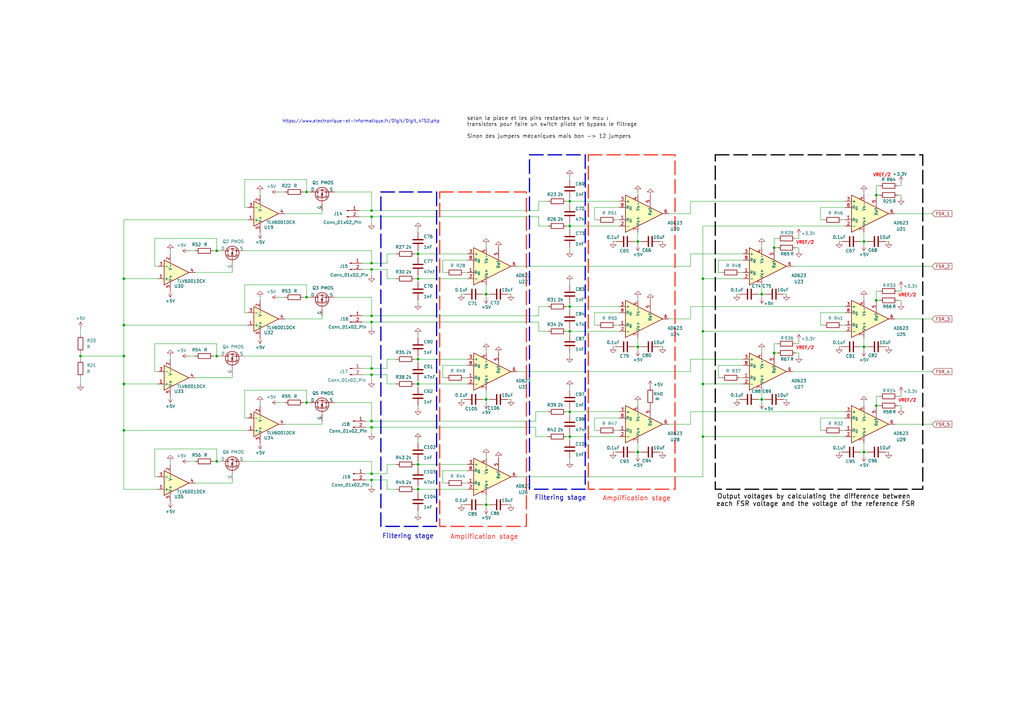
<source format=kicad_sch>
(kicad_sch (version 20231120) (generator "eeschema") (generator_version "8.0")
  (paper "A3")
  (junction (at 312.42 120.65))
  (junction (at 88.9 146.05))
  (junction (at 152.4 153.67))
  (junction (at 50.8 146.05))
  (junction (at 171.45 147.32))
  (junction (at 125.73 121.92))
  (junction (at 359.41 166.37))
  (junction (at 152.4 132.08))
  (junction (at 317.5 144.78))
  (junction (at 152.4 151.13))
  (junction (at 288.29 114.3))
  (junction (at 233.68 82.55))
  (junction (at 152.4 110.49))
  (junction (at 152.4 196.85))
  (junction (at 261.62 185.42))
  (junction (at 288.29 157.48))
  (junction (at 152.4 88.9))
  (junction (at 152.4 194.31))
  (junction (at 152.4 129.54))
  (junction (at 152.4 175.26))
  (junction (at 171.45 157.48))
  (junction (at 152.4 86.36))
  (junction (at 171.45 190.5))
  (junction (at 359.41 123.19))
  (junction (at 152.4 172.72))
  (junction (at 354.33 185.42))
  (junction (at 354.33 142.24))
  (junction (at 33.02 146.05))
  (junction (at 50.8 176.53))
  (junction (at 171.45 104.14))
  (junction (at 233.68 168.91))
  (junction (at 233.68 125.73))
  (junction (at 233.68 92.71))
  (junction (at 199.39 207.01))
  (junction (at 125.73 165.1))
  (junction (at 199.39 120.65))
  (junction (at 354.33 99.06))
  (junction (at 261.62 99.06))
  (junction (at 288.29 179.07))
  (junction (at 312.42 163.83))
  (junction (at 171.45 200.66))
  (junction (at 233.68 179.07))
  (junction (at 125.73 78.74))
  (junction (at 50.8 114.3))
  (junction (at 50.8 157.48))
  (junction (at 171.45 114.3))
  (junction (at 199.39 163.83))
  (junction (at 233.68 135.89))
  (junction (at 359.41 80.01))
  (junction (at 88.9 189.23))
  (junction (at 317.5 101.6))
  (junction (at 261.62 142.24))
  (junction (at 152.4 107.95))
  (junction (at 288.29 135.89))
  (junction (at 88.9 102.87))
  (junction (at 50.8 133.35))
  (wire (pts (xy 152.4 129.54) (xy 220.98 129.54)))
  (wire (pts (xy 63.5 184.15) (xy 88.9 184.15)))
  (wire (pts (xy 114.3 78.74) (xy 116.84 78.74)))
  (wire (pts (xy 88.9 97.79) (xy 88.9 102.87)))
  (wire (pts (xy 344.17 99.06) (xy 345.44 99.06)))
  (wire (pts (xy 171.45 104.14) (xy 171.45 105.41)))
  (wire (pts (xy 63.5 152.4) (xy 63.5 140.97)))
  (wire (pts (xy 232.41 82.55) (xy 233.68 82.55)))
  (wire (pts (xy 261.62 186.69) (xy 261.62 185.42)))
  (wire (pts (xy 199.39 143.51) (xy 199.39 144.78)))
  (wire (pts (xy 162.56 200.66) (xy 158.75 200.66)))
  (wire (pts (xy 158.75 200.66) (xy 158.75 196.85)))
  (wire (pts (xy 158.75 194.31) (xy 158.75 190.5)))
  (wire (pts (xy 100.33 73.66) (xy 125.73 73.66)))
  (wire (pts (xy 261.62 95.25) (xy 261.62 99.06)))
  (wire (pts (xy 233.68 91.44) (xy 233.68 92.71)))
  (wire (pts (xy 327.66 101.6) (xy 327.66 102.87)))
  (wire (pts (xy 294.64 111.76) (xy 294.64 106.68)))
  (wire (pts (xy 233.68 158.75) (xy 233.68 160.02)))
  (wire (pts (xy 283.21 82.55) (xy 283.21 87.63)))
  (wire (pts (xy 106.68 80.01) (xy 106.68 78.74)))
  (wire (pts (xy 199.39 207.01) (xy 200.66 207.01)))
  (wire (pts (xy 212.09 152.4) (xy 283.21 152.4)))
  (wire (pts (xy 125.73 116.84) (xy 125.73 121.92)))
  (wire (pts (xy 100.33 128.27) (xy 100.33 116.84)))
  (wire (pts (xy 245.11 133.35) (xy 243.84 133.35)))
  (wire (pts (xy 283.21 130.81) (xy 283.21 125.73)))
  (wire (pts (xy 50.8 133.35) (xy 50.8 146.05)))
  (wire (pts (xy 302.26 163.83) (xy 303.53 163.83)))
  (wire (pts (xy 100.33 189.23) (xy 152.4 189.23)))
  (wire (pts (xy 152.4 132.08) (xy 220.98 132.08)))
  (wire (pts (xy 327.66 144.78) (xy 327.66 146.05)))
  (wire (pts (xy 199.39 186.69) (xy 199.39 187.96)))
  (wire (pts (xy 114.3 121.92) (xy 116.84 121.92)))
  (wire (pts (xy 233.68 179.07) (xy 233.68 180.34)))
  (wire (pts (xy 274.32 87.63) (xy 283.21 87.63)))
  (wire (pts (xy 344.17 185.42) (xy 345.44 185.42)))
  (wire (pts (xy 219.71 179.07) (xy 219.71 175.26)))
  (wire (pts (xy 233.68 125.73) (xy 254 125.73)))
  (wire (pts (xy 63.5 97.79) (xy 88.9 97.79)))
  (wire (pts (xy 190.5 154.94) (xy 191.77 154.94)))
  (wire (pts (xy 354.33 138.43) (xy 354.33 142.24)))
  (wire (pts (xy 283.21 125.73) (xy 346.71 125.73)))
  (wire (pts (xy 337.82 176.53) (xy 336.55 176.53)))
  (wire (pts (xy 100.33 102.87) (xy 152.4 102.87)))
  (wire (pts (xy 288.29 114.3) (xy 288.29 135.89)))
  (wire (pts (xy 260.35 142.24) (xy 261.62 142.24)))
  (wire (pts (xy 318.77 97.79) (xy 317.5 97.79)))
  (wire (pts (xy 158.75 190.5) (xy 162.56 190.5)))
  (wire (pts (xy 243.84 128.27) (xy 254 128.27)))
  (wire (pts (xy 326.39 97.79) (xy 327.66 97.79)))
  (wire (pts (xy 243.84 171.45) (xy 254 171.45)))
  (wire (pts (xy 369.57 166.37) (xy 369.57 167.64)))
  (wire (pts (xy 288.29 92.71) (xy 288.29 114.3)))
  (wire (pts (xy 171.45 147.32) (xy 171.45 148.59)))
  (wire (pts (xy 181.61 111.76) (xy 181.61 106.68)))
  (wire (pts (xy 261.62 78.74) (xy 261.62 80.01)))
  (wire (pts (xy 359.41 162.56) (xy 359.41 166.37)))
  (wire (pts (xy 100.33 171.45) (xy 100.33 160.02)))
  (wire (pts (xy 354.33 165.1) (xy 354.33 166.37)))
  (wire (pts (xy 368.3 123.19) (xy 369.57 123.19)))
  (wire (pts (xy 95.25 198.12) (xy 80.01 198.12)))
  (wire (pts (xy 317.5 97.79) (xy 317.5 101.6)))
  (wire (pts (xy 87.63 189.23) (xy 88.9 189.23)))
  (wire (pts (xy 336.55 133.35) (xy 336.55 128.27)))
  (wire (pts (xy 312.42 120.65) (xy 313.69 120.65)))
  (wire (pts (xy 233.68 177.8) (xy 233.68 179.07)))
  (wire (pts (xy 33.02 154.94) (xy 33.02 157.48)))
  (wire (pts (xy 101.6 128.27) (xy 100.33 128.27)))
  (wire (pts (xy 317.5 101.6) (xy 318.77 101.6)))
  (wire (pts (xy 152.4 153.67) (xy 158.75 153.67)))
  (wire (pts (xy 220.98 135.89) (xy 224.79 135.89)))
  (wire (pts (xy 50.8 90.17) (xy 50.8 114.3)))
  (wire (pts (xy 63.5 109.22) (xy 63.5 97.79)))
  (wire (pts (xy 148.59 153.67) (xy 152.4 153.67)))
  (wire (pts (xy 33.02 146.05) (xy 33.02 147.32)))
  (wire (pts (xy 148.59 107.95) (xy 152.4 107.95)))
  (wire (pts (xy 147.32 88.9) (xy 152.4 88.9)))
  (wire (pts (xy 261.62 99.06) (xy 262.89 99.06)))
  (wire (pts (xy 181.61 106.68) (xy 191.77 106.68)))
  (wire (pts (xy 152.4 175.26) (xy 152.4 177.8)))
  (wire (pts (xy 312.42 165.1) (xy 312.42 163.83)))
  (wire (pts (xy 212.09 195.58) (xy 288.29 195.58)))
  (wire (pts (xy 106.68 166.37) (xy 106.68 165.1)))
  (wire (pts (xy 354.33 99.06) (xy 355.6 99.06)))
  (wire (pts (xy 181.61 198.12) (xy 181.61 193.04)))
  (wire (pts (xy 304.8 114.3) (xy 288.29 114.3)))
  (wire (pts (xy 283.21 168.91) (xy 346.71 168.91)))
  (wire (pts (xy 233.68 72.39) (xy 233.68 73.66)))
  (wire (pts (xy 50.8 114.3) (xy 50.8 133.35)))
  (wire (pts (xy 101.6 85.09) (xy 100.33 85.09)))
  (wire (pts (xy 63.5 140.97) (xy 88.9 140.97)))
  (wire (pts (xy 233.68 82.55) (xy 233.68 83.82)))
  (wire (pts (xy 50.8 200.66) (xy 50.8 176.53)))
  (wire (pts (xy 233.68 101.6) (xy 233.68 102.87)))
  (wire (pts (xy 77.47 146.05) (xy 80.01 146.05)))
  (wire (pts (xy 326.39 101.6) (xy 327.66 101.6)))
  (wire (pts (xy 171.45 190.5) (xy 171.45 191.77)))
  (wire (pts (xy 288.29 157.48) (xy 288.29 179.07)))
  (wire (pts (xy 148.59 110.49) (xy 152.4 110.49)))
  (wire (pts (xy 124.46 78.74) (xy 125.73 78.74)))
  (wire (pts (xy 368.3 166.37) (xy 369.57 166.37)))
  (wire (pts (xy 283.21 82.55) (xy 346.71 82.55)))
  (wire (pts (xy 233.68 92.71) (xy 254 92.71)))
  (wire (pts (xy 181.61 154.94) (xy 181.61 149.86)))
  (wire (pts (xy 100.33 146.05) (xy 152.4 146.05)))
  (wire (pts (xy 152.4 196.85) (xy 152.4 199.39)))
  (wire (pts (xy 124.46 121.92) (xy 125.73 121.92)))
  (wire (pts (xy 261.62 165.1) (xy 261.62 166.37)))
  (wire (pts (xy 171.45 166.37) (xy 171.45 167.64)))
  (wire (pts (xy 270.51 142.24) (xy 271.78 142.24)))
  (wire (pts (xy 50.8 200.66) (xy 64.77 200.66)))
  (wire (pts (xy 152.4 110.49) (xy 152.4 113.03)))
  (wire (pts (xy 368.3 162.56) (xy 369.57 162.56)))
  (wire (pts (xy 274.32 130.81) (xy 283.21 130.81)))
  (wire (pts (xy 50.8 157.48) (xy 64.77 157.48)))
  (wire (pts (xy 152.4 146.05) (xy 152.4 151.13)))
  (wire (pts (xy 327.66 96.52) (xy 327.66 97.79)))
  (wire (pts (xy 261.62 142.24) (xy 262.89 142.24)))
  (wire (pts (xy 171.45 123.19) (xy 171.45 124.46)))
  (wire (pts (xy 171.45 199.39) (xy 171.45 200.66)))
  (wire (pts (xy 312.42 100.33) (xy 312.42 101.6)))
  (wire (pts (xy 171.45 102.87) (xy 171.45 104.14)))
  (wire (pts (xy 152.4 175.26) (xy 219.71 175.26)))
  (wire (pts (xy 363.22 99.06) (xy 364.49 99.06)))
  (wire (pts (xy 171.45 189.23) (xy 171.45 190.5)))
  (wire (pts (xy 50.8 176.53) (xy 50.8 157.48)))
  (wire (pts (xy 199.39 116.84) (xy 199.39 120.65)))
  (wire (pts (xy 64.77 109.22) (xy 63.5 109.22)))
  (wire (pts (xy 261.62 121.92) (xy 261.62 123.19)))
  (wire (pts (xy 245.11 90.17) (xy 243.84 90.17)))
  (wire (pts (xy 311.15 163.83) (xy 312.42 163.83)))
  (wire (pts (xy 369.57 123.19) (xy 369.57 124.46)))
  (wire (pts (xy 149.86 196.85) (xy 152.4 196.85)))
  (wire (pts (xy 245.11 176.53) (xy 243.84 176.53)))
  (wire (pts (xy 369.57 118.11) (xy 369.57 119.38)))
  (wire (pts (xy 261.62 181.61) (xy 261.62 185.42)))
  (wire (pts (xy 132.08 87.63) (xy 116.84 87.63)))
  (wire (pts (xy 158.75 147.32) (xy 162.56 147.32)))
  (wire (pts (xy 152.4 107.95) (xy 158.75 107.95)))
  (wire (pts (xy 345.44 133.35) (xy 346.71 133.35)))
  (wire (pts (xy 181.61 149.86) (xy 191.77 149.86)))
  (wire (pts (xy 152.4 110.49) (xy 158.75 110.49)))
  (wire (pts (xy 148.59 132.08) (xy 152.4 132.08)))
  (wire (pts (xy 88.9 146.05) (xy 90.17 146.05)))
  (wire (pts (xy 148.59 151.13) (xy 152.4 151.13)))
  (wire (pts (xy 243.84 90.17) (xy 243.84 85.09)))
  (wire (pts (xy 152.4 102.87) (xy 152.4 107.95)))
  (wire (pts (xy 171.45 113.03) (xy 171.45 114.3)))
  (wire (pts (xy 354.33 121.92) (xy 354.33 123.19)))
  (wire (pts (xy 252.73 176.53) (xy 254 176.53)))
  (wire (pts (xy 189.23 207.01) (xy 190.5 207.01)))
  (wire (pts (xy 171.45 157.48) (xy 171.45 158.75)))
  (wire (pts (xy 354.33 185.42) (xy 355.6 185.42)))
  (wire (pts (xy 181.61 193.04) (xy 191.77 193.04)))
  (wire (pts (xy 354.33 143.51) (xy 354.33 142.24)))
  (wire (pts (xy 318.77 140.97) (xy 317.5 140.97)))
  (wire (pts (xy 261.62 100.33) (xy 261.62 99.06)))
  (wire (pts (xy 171.45 114.3) (xy 191.77 114.3)))
  (wire (pts (xy 288.29 179.07) (xy 346.71 179.07)))
  (wire (pts (xy 360.68 162.56) (xy 359.41 162.56)))
  (wire (pts (xy 251.46 99.06) (xy 252.73 99.06)))
  (wire (pts (xy 199.39 120.65) (xy 200.66 120.65)))
  (wire (pts (xy 354.33 181.61) (xy 354.33 185.42)))
  (wire (pts (xy 354.33 142.24) (xy 355.6 142.24)))
  (wire (pts (xy 326.39 140.97) (xy 327.66 140.97)))
  (wire (pts (xy 132.08 129.54) (xy 132.08 130.81)))
  (wire (pts (xy 220.98 82.55) (xy 224.79 82.55)))
  (wire (pts (xy 327.66 139.7) (xy 327.66 140.97)))
  (wire (pts (xy 171.45 156.21) (xy 171.45 157.48)))
  (wire (pts (xy 125.73 73.66) (xy 125.73 78.74)))
  (wire (pts (xy 294.64 154.94) (xy 294.64 149.86)))
  (wire (pts (xy 232.41 92.71) (xy 233.68 92.71)))
  (wire (pts (xy 100.33 160.02) (xy 125.73 160.02)))
  (wire (pts (xy 220.98 125.73) (xy 220.98 129.54)))
  (wire (pts (xy 274.32 173.99) (xy 283.21 173.99)))
  (wire (pts (xy 353.06 99.06) (xy 354.33 99.06)))
  (wire (pts (xy 171.45 200.66) (xy 171.45 201.93)))
  (wire (pts (xy 95.25 111.76) (xy 80.01 111.76)))
  (wire (pts (xy 233.68 115.57) (xy 233.68 116.84)))
  (wire (pts (xy 149.86 194.31) (xy 152.4 194.31)))
  (wire (pts (xy 283.21 104.14) (xy 304.8 104.14)))
  (wire (pts (xy 158.75 114.3) (xy 162.56 114.3)))
  (wire (pts (xy 69.85 147.32) (xy 69.85 146.05)))
  (wire (pts (xy 219.71 168.91) (xy 224.79 168.91)))
  (wire (pts (xy 182.88 111.76) (xy 181.61 111.76)))
  (wire (pts (xy 132.08 173.99) (xy 116.84 173.99)))
  (wire (pts (xy 233.68 134.62) (xy 233.68 135.89)))
  (wire (pts (xy 232.41 179.07) (xy 233.68 179.07)))
  (wire (pts (xy 359.41 80.01) (xy 360.68 80.01)))
  (wire (pts (xy 233.68 168.91) (xy 254 168.91)))
  (wire (pts (xy 345.44 176.53) (xy 346.71 176.53)))
  (wire (pts (xy 354.33 95.25) (xy 354.33 99.06)))
  (wire (pts (xy 283.21 152.4) (xy 283.21 147.32)))
  (wire (pts (xy 137.16 165.1) (xy 152.4 165.1)))
  (wire (pts (xy 77.47 102.87) (xy 80.01 102.87)))
  (wire (pts (xy 158.75 151.13) (xy 158.75 147.32)))
  (wire (pts (xy 368.3 76.2) (xy 369.57 76.2)))
  (wire (pts (xy 336.55 128.27) (xy 346.71 128.27)))
  (wire (pts (xy 170.18 104.14) (xy 171.45 104.14)))
  (wire (pts (xy 224.79 92.71) (xy 220.98 92.71)))
  (wire (pts (xy 345.44 90.17) (xy 346.71 90.17)))
  (wire (pts (xy 199.39 203.2) (xy 199.39 207.01)))
  (wire (pts (xy 252.73 133.35) (xy 254 133.35)))
  (wire (pts (xy 302.26 120.65) (xy 303.53 120.65)))
  (wire (pts (xy 233.68 179.07) (xy 254 179.07)))
  (wire (pts (xy 233.68 82.55) (xy 254 82.55)))
  (wire (pts (xy 321.31 120.65) (xy 322.58 120.65)))
  (wire (pts (xy 50.8 90.17) (xy 101.6 90.17)))
  (wire (pts (xy 367.03 87.63) (xy 382.27 87.63)))
  (wire (pts (xy 198.12 120.65) (xy 199.39 120.65)))
  (wire (pts (xy 360.68 76.2) (xy 359.41 76.2)))
  (wire (pts (xy 171.45 200.66) (xy 191.77 200.66)))
  (wire (pts (xy 87.63 102.87) (xy 88.9 102.87)))
  (wire (pts (xy 260.35 185.42) (xy 261.62 185.42)))
  (wire (pts (xy 170.18 190.5) (xy 171.45 190.5)))
  (wire (pts (xy 208.28 207.01) (xy 209.55 207.01)))
  (wire (pts (xy 224.79 179.07) (xy 219.71 179.07)))
  (wire (pts (xy 317.5 140.97) (xy 317.5 144.78)))
  (wire (pts (xy 368.3 119.38) (xy 369.57 119.38)))
  (wire (pts (xy 125.73 78.74) (xy 127 78.74)))
  (wire (pts (xy 106.68 123.19) (xy 106.68 121.92)))
  (wire (pts (xy 189.23 163.83) (xy 190.5 163.83)))
  (wire (pts (xy 233.68 168.91) (xy 233.68 170.18)))
  (wire (pts (xy 251.46 142.24) (xy 252.73 142.24)))
  (wire (pts (xy 132.08 130.81) (xy 116.84 130.81)))
  (wire (pts (xy 363.22 142.24) (xy 364.49 142.24)))
  (wire (pts (xy 152.4 121.92) (xy 152.4 129.54)))
  (wire (pts (xy 283.21 147.32) (xy 304.8 147.32)))
  (wire (pts (xy 199.39 208.28) (xy 199.39 207.01)))
  (wire (pts (xy 88.9 102.87) (xy 90.17 102.87)))
  (wire (pts (xy 50.8 146.05) (xy 50.8 157.48)))
  (wire (pts (xy 69.85 104.14) (xy 69.85 102.87)))
  (wire (pts (xy 220.98 92.71) (xy 220.98 88.9)))
  (wire (pts (xy 233.68 167.64) (xy 233.68 168.91)))
  (wire (pts (xy 354.33 78.74) (xy 354.33 80.01)))
  (wire (pts (xy 367.03 130.81) (xy 382.27 130.81)))
  (wire (pts (xy 220.98 86.36) (xy 220.98 82.55)))
  (wire (pts (xy 147.32 86.36) (xy 152.4 86.36)))
  (wire (pts (xy 303.53 111.76) (xy 304.8 111.76)))
  (wire (pts (xy 170.18 147.32) (xy 171.45 147.32)))
  (wire (pts (xy 114.3 165.1) (xy 116.84 165.1)))
  (wire (pts (xy 171.45 93.98) (xy 171.45 95.25)))
  (wire (pts (xy 359.41 166.37) (xy 360.68 166.37)))
  (wire (pts (xy 232.41 125.73) (xy 233.68 125.73)))
  (wire (pts (xy 288.29 195.58) (xy 288.29 179.07)))
  (wire (pts (xy 132.08 172.72) (xy 132.08 173.99)))
  (wire (pts (xy 158.75 110.49) (xy 158.75 114.3)))
  (wire (pts (xy 294.64 149.86) (xy 304.8 149.86)))
  (wire (pts (xy 233.68 125.73) (xy 233.68 127)))
  (wire (pts (xy 367.03 173.99) (xy 382.27 173.99)))
  (wire (pts (xy 149.86 172.72) (xy 152.4 172.72)))
  (wire (pts (xy 125.73 165.1) (xy 127 165.1)))
  (wire (pts (xy 212.09 109.22) (xy 283.21 109.22)))
  (wire (pts (xy 336.55 90.17) (xy 336.55 85.09)))
  (wire (pts (xy 359.41 76.2) (xy 359.41 80.01)))
  (wire (pts (xy 171.45 147.32) (xy 191.77 147.32)))
  (wire (pts (xy 152.4 153.67) (xy 152.4 156.21)))
  (wire (pts (xy 311.15 120.65) (xy 312.42 120.65)))
  (wire (pts (xy 199.39 121.92) (xy 199.39 120.65)))
  (wire (pts (xy 270.51 99.06) (xy 271.78 99.06)))
  (wire (pts (xy 336.55 85.09) (xy 346.71 85.09)))
  (wire (pts (xy 63.5 195.58) (xy 63.5 184.15)))
  (wire (pts (xy 199.39 163.83) (xy 200.66 163.83)))
  (wire (pts (xy 170.18 157.48) (xy 171.45 157.48)))
  (wire (pts (xy 303.53 154.94) (xy 304.8 154.94)))
  (wire (pts (xy 152.4 165.1) (xy 152.4 172.72)))
  (wire (pts (xy 125.73 121.92) (xy 127 121.92)))
  (wire (pts (xy 189.23 120.65) (xy 190.5 120.65)))
  (wire (pts (xy 270.51 185.42) (xy 271.78 185.42)))
  (wire (pts (xy 233.68 135.89) (xy 254 135.89)))
  (wire (pts (xy 152.4 194.31) (xy 158.75 194.31)))
  (wire (pts (xy 152.4 132.08) (xy 152.4 134.62)))
  (wire (pts (xy 162.56 104.14) (xy 158.75 104.14)))
  (wire (pts (xy 152.4 196.85) (xy 158.75 196.85)))
  (wire (pts (xy 152.4 172.72) (xy 219.71 172.72)))
  (wire (pts (xy 149.86 175.26) (xy 152.4 175.26)))
  (wire (pts (xy 261.62 185.42) (xy 262.89 185.42)))
  (wire (pts (xy 353.06 185.42) (xy 354.33 185.42)))
  (wire (pts (xy 199.39 100.33) (xy 199.39 101.6)))
  (wire (pts (xy 312.42 116.84) (xy 312.42 120.65)))
  (wire (pts (xy 100.33 85.09) (xy 100.33 73.66)))
  (wire (pts (xy 170.18 200.66) (xy 171.45 200.66)))
  (wire (pts (xy 158.75 104.14) (xy 158.75 107.95)))
  (wire (pts (xy 288.29 135.89) (xy 288.29 157.48)))
  (wire (pts (xy 101.6 171.45) (xy 100.33 171.45)))
  (wire (pts (xy 233.68 135.89) (xy 233.68 137.16)))
  (wire (pts (xy 353.06 142.24) (xy 354.33 142.24)))
  (wire (pts (xy 95.25 196.85) (xy 95.25 198.12)))
  (wire (pts (xy 190.5 198.12) (xy 191.77 198.12)))
  (wire (pts (xy 232.41 168.91) (xy 233.68 168.91)))
  (wire (pts (xy 326.39 144.78) (xy 327.66 144.78)))
  (wire (pts (xy 359.41 123.19) (xy 360.68 123.19)))
  (wire (pts (xy 252.73 90.17) (xy 254 90.17)))
  (wire (pts (xy 294.64 106.68) (xy 304.8 106.68)))
  (wire (pts (xy 152.4 151.13) (xy 158.75 151.13)))
  (wire (pts (xy 233.68 81.28) (xy 233.68 82.55)))
  (wire (pts (xy 88.9 189.23) (xy 90.17 189.23)))
  (wire (pts (xy 295.91 154.94) (xy 294.64 154.94)))
  (wire (pts (xy 354.33 186.69) (xy 354.33 185.42)))
  (wire (pts (xy 325.12 152.4) (xy 382.27 152.4)))
  (wire (pts (xy 87.63 146.05) (xy 88.9 146.05)))
  (wire (pts (xy 220.98 132.08) (xy 220.98 135.89)))
  (wire (pts (xy 152.4 78.74) (xy 152.4 86.36)))
  (wire (pts (xy 152.4 88.9) (xy 152.4 91.44)))
  (wire (pts (xy 288.29 92.71) (xy 346.71 92.71)))
  (wire (pts (xy 33.02 146.05) (xy 50.8 146.05)))
  (wire (pts (xy 137.16 78.74) (xy 152.4 78.74)))
  (wire (pts (xy 50.8 176.53) (xy 101.6 176.53)))
  (wire (pts (xy 171.45 190.5) (xy 191.77 190.5)))
  (wire (pts (xy 243.84 133.35) (xy 243.84 128.27)))
  (wire (pts (xy 33.02 134.62) (xy 33.02 137.16)))
  (wire (pts (xy 190.5 111.76) (xy 191.77 111.76)))
  (wire (pts (xy 369.57 161.29) (xy 369.57 162.56)))
  (wire (pts (xy 182.88 154.94) (xy 181.61 154.94)))
  (wire (pts (xy 69.85 190.5) (xy 69.85 189.23)))
  (wire (pts (xy 182.88 198.12) (xy 181.61 198.12)))
  (wire (pts (xy 95.25 110.49) (xy 95.25 111.76)))
  (wire (pts (xy 171.45 146.05) (xy 171.45 147.32)))
  (wire (pts (xy 363.22 185.42) (xy 364.49 185.42)))
  (wire (pts (xy 101.6 133.35) (xy 50.8 133.35)))
  (wire (pts (xy 95.25 153.67) (xy 95.25 154.94)))
  (wire (pts (xy 132.08 86.36) (xy 132.08 87.63)))
  (wire (pts (xy 312.42 121.92) (xy 312.42 120.65)))
  (wire (pts (xy 369.57 74.93) (xy 369.57 76.2)))
  (wire (pts (xy 171.45 157.48) (xy 191.77 157.48)))
  (wire (pts (xy 224.79 125.73) (xy 220.98 125.73)))
  (wire (pts (xy 64.77 114.3) (xy 50.8 114.3)))
  (wire (pts (xy 171.45 137.16) (xy 171.45 138.43)))
  (wire (pts (xy 344.17 142.24) (xy 345.44 142.24)))
  (wire (pts (xy 162.56 157.48) (xy 158.75 157.48)))
  (wire (pts (xy 312.42 163.83) (xy 313.69 163.83)))
  (wire (pts (xy 233.68 187.96) (xy 233.68 189.23)))
  (wire (pts (xy 317.5 144.78) (xy 318.77 144.78)))
  (wire (pts (xy 288.29 135.89) (xy 346.71 135.89)))
  (wire (pts (xy 354.33 100.33) (xy 354.33 99.06)))
  (wire (pts (xy 171.45 209.55) (xy 171.45 210.82)))
  (wire (pts (xy 152.4 88.9) (xy 220.98 88.9)))
  (wire (pts (xy 283.21 109.22) (xy 283.21 104.14)))
  (wire (pts (xy 261.62 138.43) (xy 261.62 142.24)))
  (wire (pts (xy 337.82 90.17) (xy 336.55 90.17)))
  (wire (pts (xy 100.33 116.84) (xy 125.73 116.84)))
  (wire (pts (xy 283.21 168.91) (xy 283.21 173.99)))
  (wire (pts (xy 137.16 121.92) (xy 152.4 121.92)))
  (wire (pts (xy 171.45 114.3) (xy 171.45 115.57)))
  (wire (pts (xy 336.55 171.45) (xy 346.71 171.45)))
  (wire (pts (xy 95.25 154.94) (xy 80.01 154.94)))
  (wire (pts (xy 232.41 135.89) (xy 233.68 135.89)))
  (wire (pts (xy 233.68 92.71) (xy 233.68 93.98)))
  (wire (pts (xy 208.28 163.83) (xy 209.55 163.83)))
  (wire (pts (xy 233.68 144.78) (xy 233.68 146.05)))
  (wire (pts (xy 88.9 140.97) (xy 88.9 146.05)))
  (wire (pts (xy 369.57 80.01) (xy 369.57 81.28)))
  (wire (pts (xy 170.18 114.3) (xy 171.45 114.3)))
  (wire (pts (xy 251.46 185.42) (xy 252.73 185.42)))
  (wire (pts (xy 368.3 80.01) (xy 369.57 80.01)))
  (wire (pts (xy 152.4 189.23) (xy 152.4 194.31)))
  (wire (pts (xy 198.12 207.01) (xy 199.39 207.01)))
  (wire (pts (xy 219.71 172.72) (xy 219.71 168.91)))
  (wire (pts (xy 304.8 157.48) (xy 288.29 157.48)))
  (wire (pts (xy 243.84 176.53) (xy 243.84 171.45)))
  (wire (pts (xy 208.28 120.65) (xy 209.55 120.65)))
  (wire (pts (xy 198.12 163.83) (xy 199.39 163.83)))
  (wire (pts (xy 312.42 143.51) (xy 312.42 144.78)))
  (wire (pts (xy 233.68 124.46) (xy 233.68 125.73)))
  (wire (pts (xy 321.31 163.83) (xy 322.58 163.83)))
  (wire (pts (xy 336.55 176.53) (xy 336.55 171.45)))
  (wire (pts (xy 312.42 160.02) (xy 312.42 163.83)))
  (wire (pts (xy 260.35 99.06) (xy 261.62 99.06)))
  (wire (pts (xy 261.62 143.51) (xy 261.62 142.24)))
  (wire (pts (xy 359.41 119.38) (xy 359.41 123.19)))
  (wire (pts (xy 171.45 104.14) (xy 191.77 104.14)))
  (wire (pts (xy 64.77 152.4) (xy 63.5 152.4)))
  (wire (pts (xy 199.39 160.02) (xy 199.39 163.83)))
  (wire (pts (xy 295.91 111.76) (xy 294.64 111.76)))
  (wire (pts (xy 33.02 144.78) (xy 33.02 146.05)))
  (wire (pts (xy 171.45 180.34) (xy 171.45 181.61)))
  (wire (pts (xy 124.46 165.1) (xy 125.73 165.1)))
  (wire (pts (xy 325.12 109.22) (xy 382.27 109.22)))
  (wire (pts (xy 243.84 85.09) (xy 254 85.09)))
  (wire (pts (xy 77.47 189.23) (xy 80.01 189.23)))
  (wire (pts (xy 88.9 184.15) (xy 88.9 189.23)))
  (wire (pts (xy 360.68 119.38) (xy 359.41 119.38)))
  (wire (pts (xy 337.82 133.35) (xy 336.55 133.35)))
  (wire (pts (xy 64.77 195.58) (xy 63.5 195.58)))
  (wire (pts (xy 148.59 129.54) (xy 152.4 129.54)))
  (wire (pts (xy 152.4 86.36) (xy 220.98 86.36)))
  (wire (pts (xy 199.39 165.1) (xy 199.39 163.83)))
  (wire (pts (xy 125.73 160.02) (xy 125.73 165.1)))
  (wire (pts (xy 158.75 157.48) (xy 158.75 153.67)))
  (rectangle (start 241.3 63.5) (end 276.86 200.66) (stroke (width 0.508) (type dash) (color 255 58 41 1)))
  (rectangle (start 217.17 63.5) (end 240.03 200.66) (stroke (width 0.508) (type dash)))
  (rectangle (start 293.37 63.5) (end 378.46 200.66) (stroke (width 0.508) (type dash) (color 0 0 0 1)))
  (rectangle (start 179.07 209.55) (end 179.07 209.55))
  (rectangle (start 156.21 78.74) (end 179.07 215.9) (stroke (width 0.508) (type dash)))
  (rectangle (start 180.34 78.74) (end 215.9 215.9) (stroke (width 0.508) (type dash) (color 255 58 41 1)))
  (text "selon la place et les pins restantes sur le mcu : \ntransistors pour faire un switch piloté et bypass le filtrage\n\nSinon des jumpers mécaniques mais bon -> 12 jumpers " (at 191.516 52.324 0) (effects (font (size 1.524 1.524)) (justify left)))
  (text "Filtering stage" (at 229.87 204.216 0) (effects (font (size 1.905 1.905) (thickness 0.254) (bold yes))))
  (text "VREF/2\n" (at 361.696 71.882 0) (effects (font (size 1.27 1.27) (thickness 0.254) (bold yes))))
  (text "Filtering stage" (at 167.386 219.964 0) (effects (font (size 1.905 1.905) (thickness 0.254) (bold yes))))
  (text "Amplification stage" (at 261.112 204.47 0) (effects (font (size 1.905 1.905) (thickness 0.254) (bold yes))))
  (text "VREF/2\n" (at 330.2 99.568 0) (effects (font (size 1.27 1.27) (thickness 0.254) (bold yes))))
  (text "VREF/2\n" (at 372.11 121.158 0) (effects (font (size 1.27 1.27) (thickness 0.254) (bold yes))))
  (text "VREF/2\n" (at 330.2 142.748 0) (effects (font (size 1.27 1.27) (thickness 0.254) (bold yes))))
  (text "Output voltages by calculating the difference between \neach FSR voltage and the voltage of the reference FSR" (at 334.518 205.232 0) (effects (font (size 1.905 1.905) (thickness 0.254) (bold yes))))
  (text "Amplification stage" (at 198.628 220.218 0) (effects (font (size 1.905 1.905) (thickness 0.254) (bold yes))))
  (text "VREF/2\n" (at 372.11 164.338 0) (effects (font (size 1.27 1.27) (thickness 0.254) (bold yes))))
  (text "https://www.electronique-et-informatique.fr/Digit/Digit_4TS2.php" (at 148.082 49.784 0) (effects (font (size 1.27 1.27))))
  (global_label "FSR_5" (shape input) (at 382.27 173.99 0) (property "Intersheetrefs" "${INTERSHEET_REFS}" (effects (hide yes))))
  (global_label "FSR_2" (shape input) (at 382.27 109.22 0) (property "Intersheetrefs" "${INTERSHEET_REFS}" (effects (hide yes))))
  (global_label "FSR_4" (shape input) (at 382.27 152.4 0) (property "Intersheetrefs" "${INTERSHEET_REFS}" (effects (hide yes))))
  (global_label "FSR_1" (shape input) (at 382.27 87.63 0) (property "Intersheetrefs" "${INTERSHEET_REFS}" (effects (hide yes))))
  (global_label "FSR_3" (shape input) (at 382.27 130.81 0) (property "Intersheetrefs" "${INTERSHEET_REFS}" (effects (hide yes))))
  (symbol (lib_id "power:+5V") (at 261.62 186.69 0) (mirror x) (unit 1)
    (property "Reference" "#PWR0173" (effects (hide yes)))
    (property "Value" "+5V" (at 261.62 190.754 0))
    (property "Description" "Power symbol creates a global label with name \"+5V\"" (effects (hide yes)))
  )
  (symbol (lib_id "Device:C") (at 349.25 142.24 90) (mirror x) (unit 1)
    (property "Reference" "C81" (at 350.774 146.05 90) (effects (justify left)))
    (property "Value" "0.1uF" (at 346.964 140.462 90) (effects (justify left)))
    (property "Description" "Unpolarized capacitor" (effects (hide yes)))
  )
  (symbol (lib_id "power:GND") (at 364.49 185.42 0) (mirror y) (unit 1)
    (property "Reference" "#PWR0175" (effects (hide yes)))
    (property "Value" "GND" (effects (hide yes)))
    (property "Description" "Power symbol creates a global label with name \"GND\" , ground" (effects (hide yes)))
  )
  (symbol (lib_id "power:GND") (at 199.39 143.51 0) (mirror x) (unit 1)
    (property "Reference" "#PWR0191" (effects (hide yes)))
    (property "Value" "GND" (effects (hide yes)))
    (property "Description" "Power symbol creates a global label with name \"GND\" , ground" (effects (hide yes)))
  )
  (symbol (lib_id "Device:C") (at 349.25 185.42 90) (mirror x) (unit 1)
    (property "Reference" "C95" (at 350.774 189.23 90) (effects (justify left)))
    (property "Value" "0.1uF" (at 346.964 183.642 90) (effects (justify left)))
    (property "Description" "Unpolarized capacitor" (effects (hide yes)))
  )
  (symbol (lib_id "Device:R") (at 322.58 140.97 90) (mirror x) (unit 1)
    (property "Reference" "R36" (at 323.596 138.684 90))
    (property "Value" "R" (at 320.802 138.684 90))
    (property "Description" "Resistor" (effects (hide yes)))
  )
  (symbol (lib_id "power:+3.3V") (at 327.66 96.52 0) (unit 1)
    (property "Reference" "#PWR0127" (effects (hide yes)))
    (property "Value" "+3.3V" (at 331.47 95.758 0))
    (property "Description" "Power symbol creates a global label with name \"+3.3V\"" (effects (hide yes)))
  )
  (symbol (lib_id "Device:R") (at 83.82 102.87 90) (unit 1)
    (property "Reference" "R52" (at 82.5499 100.33 90) (effects (justify left)))
    (property "Value" "R" (at 85.0899 100.33 90) (effects (justify left)))
    (property "Description" "Resistor" (effects (hide yes)))
  )
  (symbol (lib_id "Device:R") (at 228.6 168.91 90) (unit 1)
    (property "Reference" "R39" (at 226.314 166.116 90))
    (property "Value" "2k" (at 229.87 166.116 90))
    (property "Description" "Resistor" (effects (hide yes)))
  )
  (symbol (lib_id "Device:R") (at 322.58 144.78 270) (mirror x) (unit 1)
    (property "Reference" "R67" (at 322.072 147.32 90))
    (property "Value" "R" (at 324.866 147.32 90))
    (property "Description" "Resistor" (effects (hide yes)))
  )
  (symbol (lib_id "power:GND") (at 261.62 78.74 0) (mirror x) (unit 1)
    (property "Reference" "#PWR0117" (effects (hide yes)))
    (property "Value" "GND" (effects (hide yes)))
    (property "Description" "Power symbol creates a global label with name \"GND\" , ground" (effects (hide yes)))
  )
  (symbol (lib_id "Device:R") (at 299.72 154.94 270) (mirror x) (unit 1)
    (property "Reference" "R37" (at 302.006 152.146 90))
    (property "Value" "R" (at 298.45 152.146 90))
    (property "Description" "Resistor" (effects (hide yes)))
  )
  (symbol (lib_id "power:GND") (at 233.68 115.57 180) (unit 1)
    (property "Reference" "#PWR0135" (effects (hide yes)))
    (property "Value" "GND" (effects (hide yes)))
    (property "Description" "Power symbol creates a global label with name \"GND\" , ground" (effects (hide yes)))
  )
  (symbol (lib_id "Simulation_SPICE:PMOS") (at 132.08 167.64 90) (unit 1)
    (property "Reference" "Q5" (at 130.8099 161.29 90) (effects (justify left)))
    (property "Value" "PMOS" (at 136.906 161.29 90) (effects (justify left)))
    (property "Datasheet" "https://ngspice.sourceforge.io/docs/ngspice-html-manual/manual.xhtml#cha_MOSFETs" (effects (hide yes)))
    (property "Description" "P-MOSFET transistor, drain/source/gate" (effects (hide yes)))
    (property "Sim.Device" "PMOS" (effects (hide yes)))
    (property "Sim.Type" "VDMOS" (effects (hide yes)))
    (property "Sim.Pins" "1=D 2=G 3=S" (effects (hide yes)))
  )
  (symbol (lib_id "Device:C") (at 233.68 120.65 0) (unit 1)
    (property "Reference" "C83" (at 235.966 118.618 0) (effects (justify left)))
    (property "Value" "1nF" (at 235.966 122.936 0) (effects (justify left)))
    (property "Description" "Unpolarized capacitor" (effects (hide yes)))
  )
  (symbol (lib_id "power:GND") (at 106.68 165.1 180) (unit 1)
    (property "Reference" "#PWR0202" (effects (hide yes)))
    (property "Value" "GND" (effects (hide yes)))
    (property "Description" "Power symbol creates a global label with name \"GND\" , ground" (effects (hide yes)))
  )
  (symbol (lib_id "power:GND") (at 327.66 102.87 0) (mirror y) (unit 1)
    (property "Reference" "#PWR0231" (effects (hide yes)))
    (property "Value" "GND" (effects (hide yes)))
    (property "Description" "Power symbol creates a global label with name \"GND\" , ground" (effects (hide yes)))
  )
  (symbol (lib_id "Device:R") (at 228.6 125.73 90) (unit 1)
    (property "Reference" "R31" (at 226.314 122.936 90))
    (property "Value" "2k" (at 229.87 122.936 90))
    (property "Description" "Resistor" (effects (hide yes)))
  )
  (symbol (lib_id "power:GND") (at 312.42 143.51 0) (mirror x) (unit 1)
    (property "Reference" "#PWR0156" (effects (hide yes)))
    (property "Value" "GND" (effects (hide yes)))
    (property "Description" "Power symbol creates a global label with name \"GND\" , ground" (effects (hide yes)))
  )
  (symbol (lib_id "Device:R") (at 166.37 114.3 90) (unit 1)
    (property "Reference" "R30" (at 164.084 111.506 90))
    (property "Value" "2k" (at 167.64 111.506 90))
    (property "Description" "Resistor" (effects (hide yes)))
  )
  (symbol (lib_id "power:+5V") (at 312.42 121.92 0) (mirror x) (unit 1)
    (property "Reference" "#PWR0140" (effects (hide yes)))
    (property "Value" "+5V" (at 315.214 124.46 0))
    (property "Description" "Power symbol creates a global label with name \"+5V\"" (effects (hide yes)))
  )
  (symbol (lib_id "power:GND") (at 271.78 99.06 0) (mirror y) (unit 1)
    (property "Reference" "#PWR0125" (effects (hide yes)))
    (property "Value" "GND" (effects (hide yes)))
    (property "Description" "Power symbol creates a global label with name \"GND\" , ground" (effects (hide yes)))
  )
  (symbol (lib_id "power:GND") (at 344.17 99.06 0) (mirror y) (unit 1)
    (property "Reference" "#PWR0120" (effects (hide yes)))
    (property "Value" "GND" (effects (hide yes)))
    (property "Description" "Power symbol creates a global label with name \"GND\" , ground" (effects (hide yes)))
  )
  (symbol (lib_id "Device:C") (at 233.68 87.63 0) (unit 1)
    (property "Reference" "C70" (at 235.966 85.598 0) (effects (justify left)))
    (property "Value" "47nF" (at 235.966 89.916 0) (effects (justify left)))
    (property "Description" "Unpolarized capacitor" (effects (hide yes)))
  )
  (symbol (lib_id "Device:C") (at 171.45 162.56 0) (unit 1)
    (property "Reference" "C92" (at 173.736 160.528 0) (effects (justify left)))
    (property "Value" "1nF" (at 173.736 164.846 0) (effects (justify left)))
    (property "Description" "Unpolarized capacitor" (effects (hide yes)))
  )
  (symbol (lib_id "Amplifier_Instrumentation:AD623") (at 201.93 195.58 0) (mirror x) (unit 1)
    (property "Reference" "U26" (at 214.63 201.8986 0))
    (property "Value" "AD623" (at 214.63 199.3586 0))
    (property "Datasheet" "https://www.analog.com/media/en/technical-documentation/data-sheets/AD623.pdf" (effects (hide yes)))
    (property "Description" "Single Rail-to-Rail, Low Cost Instrumentation Amplifier, DIP-8/SOIC-8/MSOP-8" (effects (hide yes)))
  )
  (symbol (lib_id "Device:C") (at 307.34 120.65 90) (mirror x) (unit 1)
    (property "Reference" "C74" (at 312.166 117.348 90) (effects (justify left)))
    (property "Value" "0.1uF" (at 305.054 118.872 90) (effects (justify left)))
    (property "Description" "Unpolarized capacitor" (effects (hide yes)))
  )
  (symbol (lib_id "power:+5V") (at 106.68 138.43 180) (unit 1)
    (property "Reference" "#PWR0198" (effects (hide yes)))
    (property "Value" "+5V" (at 106.68 142.494 0))
    (property "Description" "Power symbol creates a global label with name \"+5V\"" (effects (hide yes)))
  )
  (symbol (lib_id "power:+5V") (at 354.33 186.69 0) (mirror x) (unit 1)
    (property "Reference" "#PWR0176" (effects (hide yes)))
    (property "Value" "+5V" (at 354.33 190.754 0))
    (property "Description" "Power symbol creates a global label with name \"+5V\"" (effects (hide yes)))
  )
  (symbol (lib_id "Device:R") (at 228.6 92.71 90) (unit 1)
    (property "Reference" "R26" (at 226.314 89.916 90))
    (property "Value" "2k" (at 229.87 89.916 90))
    (property "Description" "Resistor" (effects (hide yes)))
  )
  (symbol (lib_id "Device:C") (at 204.47 207.01 90) (mirror x) (unit 1)
    (property "Reference" "C86" (at 204.978 210.566 90) (effects (justify left)))
    (property "Value" "10uF" (at 210.566 205.232 90) (effects (justify left)))
    (property "Description" "Unpolarized capacitor" (effects (hide yes)))
  )
  (symbol (lib_id "power:GND") (at 171.45 124.46 0) (unit 1)
    (property "Reference" "#PWR0146" (effects (hide yes)))
    (property "Value" "GND" (effects (hide yes)))
    (property "Description" "Power symbol creates a global label with name \"GND\" , ground" (effects (hide yes)))
  )
  (symbol (lib_id "power:GND") (at 364.49 142.24 0) (mirror y) (unit 1)
    (property "Reference" "#PWR0152" (effects (hide yes)))
    (property "Value" "GND" (effects (hide yes)))
    (property "Description" "Power symbol creates a global label with name \"GND\" , ground" (effects (hide yes)))
  )
  (symbol (lib_id "Device:R") (at 364.49 162.56 90) (mirror x) (unit 1)
    (property "Reference" "R24" (at 365.506 160.274 90))
    (property "Value" "R" (at 362.712 160.274 90))
    (property "Description" "Resistor" (effects (hide yes)))
  )
  (symbol (lib_id "Amplifier_Operational:TLV6001DCK") (at 69.85 198.12 0) (mirror x) (unit 1)
    (property "Reference" "U35" (at 73.406 203.708 0))
    (property "Value" "TLV6001DCK" (at 78.486 201.676 0))
    (property "Footprint" "Package_TO_SOT_SMD:SOT-353_SC-70-5" (effects (hide yes)))
    (property "Datasheet" "http://www.ti.com/lit/ds/symlink/tlv6001.pdf" (effects (hide yes)))
    (property "Description" "Low-power, Rail-to-rail, 1MHz Operational Amplifier, SOT-353" (effects (hide yes)))
  )
  (symbol (lib_id "power:GND") (at 261.62 165.1 0) (mirror x) (unit 1)
    (property "Reference" "#PWR0166" (effects (hide yes)))
    (property "Value" "GND" (effects (hide yes)))
    (property "Description" "Power symbol creates a global label with name \"GND\" , ground" (effects (hide yes)))
  )
  (symbol (lib_id "power:GND") (at 204.47 101.6 0) (mirror x) (unit 1)
    (property "Reference" "#PWR0136" (effects (hide yes)))
    (property "Value" "GND" (effects (hide yes)))
    (property "Description" "Power symbol creates a global label with name \"GND\" , ground" (effects (hide yes)))
  )
  (symbol (lib_id "power:GND") (at 233.68 102.87 0) (unit 1)
    (property "Reference" "#PWR0134" (effects (hide yes)))
    (property "Value" "GND" (effects (hide yes)))
    (property "Description" "Power symbol creates a global label with name \"GND\" , ground" (effects (hide yes)))
  )
  (symbol (lib_id "Simulation_SPICE:PMOS") (at 132.08 124.46 90) (unit 1)
    (property "Reference" "Q3" (at 130.8099 118.11 90) (effects (justify left)))
    (property "Value" "PMOS" (at 136.906 118.11 90) (effects (justify left)))
    (property "Datasheet" "https://ngspice.sourceforge.io/docs/ngspice-html-manual/manual.xhtml#cha_MOSFETs" (effects (hide yes)))
    (property "Description" "P-MOSFET transistor, drain/source/gate" (effects (hide yes)))
    (property "Sim.Device" "PMOS" (effects (hide yes)))
    (property "Sim.Type" "VDMOS" (effects (hide yes)))
    (property "Sim.Pins" "1=D 2=G 3=S" (effects (hide yes)))
  )
  (symbol (lib_id "power:+5V") (at 114.3 78.74 90) (mirror x) (unit 1)
    (property "Reference" "#PWR0180" (effects (hide yes)))
    (property "Value" "+5V" (at 111.252 76.454 90))
    (property "Description" "Power symbol creates a global label with name \"+5V\"" (effects (hide yes)))
  )
  (symbol (lib_id "Amplifier_Instrumentation:AD623") (at 201.93 152.4 0) (mirror x) (unit 1)
    (property "Reference" "U31" (at 214.63 158.7186 0))
    (property "Value" "AD623" (at 214.63 156.1786 0))
    (property "Datasheet" "https://www.analog.com/media/en/technical-documentation/data-sheets/AD623.pdf" (effects (hide yes)))
    (property "Description" "Single Rail-to-Rail, Low Cost Instrumentation Amplifier, DIP-8/SOIC-8/MSOP-8" (effects (hide yes)))
  )
  (symbol (lib_id "Device:C") (at 194.31 120.65 90) (mirror x) (unit 1)
    (property "Reference" "C71" (at 195.834 124.46 90) (effects (justify left)))
    (property "Value" "0.1uF" (at 192.024 118.872 90) (effects (justify left)))
    (property "Description" "Unpolarized capacitor" (effects (hide yes)))
  )
  (symbol (lib_id "power:+5V") (at 69.85 162.56 180) (unit 1)
    (property "Reference" "#PWR0201" (effects (hide yes)))
    (property "Value" "+5V" (at 69.85 166.624 0))
    (property "Description" "Power symbol creates a global label with name \"+5V\"" (effects (hide yes)))
  )
  (symbol (lib_id "power:GND") (at 266.7 80.01 0) (mirror x) (unit 1)
    (property "Reference" "#PWR0115" (effects (hide yes)))
    (property "Value" "GND" (effects (hide yes)))
    (property "Description" "Power symbol creates a global label with name \"GND\" , ground" (effects (hide yes)))
  )
  (symbol (lib_id "Device:R") (at 248.92 176.53 270) (mirror x) (unit 1)
    (property "Reference" "R47" (at 251.206 173.736 90))
    (property "Value" "R" (at 247.65 173.736 90))
    (property "Description" "Resistor" (effects (hide yes)))
  )
  (symbol (lib_id "Device:C") (at 171.45 205.74 0) (unit 1)
    (property "Reference" "C104" (at 173.736 203.708 0) (effects (justify left)))
    (property "Value" "1nF" (at 173.736 208.026 0) (effects (justify left)))
    (property "Description" "Unpolarized capacitor" (effects (hide yes)))
  )
  (symbol (lib_id "Device:C") (at 256.54 99.06 90) (mirror x) (unit 1)
    (property "Reference" "C65" (at 258.064 102.87 90) (effects (justify left)))
    (property "Value" "0.1uF" (at 254.254 97.282 90) (effects (justify left)))
    (property "Description" "Unpolarized capacitor" (effects (hide yes)))
  )
  (symbol (lib_id "Device:C") (at 233.68 173.99 0) (unit 1)
    (property "Reference" "C98" (at 235.966 171.958 0) (effects (justify left)))
    (property "Value" "47nF" (at 235.966 176.276 0) (effects (justify left)))
    (property "Description" "Unpolarized capacitor" (effects (hide yes)))
  )
  (symbol (lib_id "power:GND") (at 199.39 100.33 0) (mirror x) (unit 1)
    (property "Reference" "#PWR0137" (effects (hide yes)))
    (property "Value" "GND" (effects (hide yes)))
    (property "Description" "Power symbol creates a global label with name \"GND\" , ground" (effects (hide yes)))
  )
  (symbol (lib_id "power:GND") (at 233.68 72.39 180) (unit 1)
    (property "Reference" "#PWR0114" (effects (hide yes)))
    (property "Value" "GND" (effects (hide yes)))
    (property "Description" "Power symbol creates a global label with name \"GND\" , ground" (effects (hide yes)))
  )
  (symbol (lib_id "Device:C") (at 359.41 99.06 90) (mirror x) (unit 1)
    (property "Reference" "C68" (at 359.918 102.616 90) (effects (justify left)))
    (property "Value" "10uF" (at 365.506 97.282 90) (effects (justify left)))
    (property "Description" "Unpolarized capacitor" (effects (hide yes)))
  )
  (symbol (lib_id "power:+5V") (at 354.33 100.33 0) (mirror x) (unit 1)
    (property "Reference" "#PWR0129" (effects (hide yes)))
    (property "Value" "+5V" (at 354.33 104.394 0))
    (property "Description" "Power symbol creates a global label with name \"+5V\"" (effects (hide yes)))
  )
  (symbol (lib_id "Device:R") (at 33.02 140.97 0) (unit 1)
    (property "Reference" "R20" (at 35.56 139.6999 0) (effects (justify left)))
    (property "Value" "R" (at 35.56 142.2399 0) (effects (justify left)))
    (property "Description" "Resistor" (effects (hide yes)))
  )
  (symbol (lib_id "Device:C") (at 171.45 119.38 0) (unit 1)
    (property "Reference" "C78" (at 173.736 117.348 0) (effects (justify left)))
    (property "Value" "1nF" (at 173.736 121.666 0) (effects (justify left)))
    (property "Description" "Unpolarized capacitor" (effects (hide yes)))
  )
  (symbol (lib_id "Device:R") (at 120.65 121.92 90) (unit 1)
    (property "Reference" "R53" (at 119.3799 119.38 90) (effects (justify left)))
    (property "Value" "R" (at 121.9199 119.38 90) (effects (justify left)))
    (property "Description" "Resistor" (effects (hide yes)))
  )
  (symbol (lib_id "power:GND") (at 152.4 156.21 0) (unit 1)
    (property "Reference" "#PWR0210" (effects (hide yes)))
    (property "Value" "GND" (effects (hide yes)))
    (property "Description" "Power symbol creates a global label with name \"GND\" , ground" (effects (hide yes)))
  )
  (symbol (lib_id "Device:C") (at 349.25 99.06 90) (mirror x) (unit 1)
    (property "Reference" "C67" (at 350.774 102.87 90) (effects (justify left)))
    (property "Value" "0.1uF" (at 346.964 97.282 90) (effects (justify left)))
    (property "Description" "Unpolarized capacitor" (effects (hide yes)))
  )
  (symbol (lib_id "power:GND") (at 312.42 100.33 0) (mirror x) (unit 1)
    (property "Reference" "#PWR0132" (effects (hide yes)))
    (property "Value" "GND" (effects (hide yes)))
    (property "Description" "Power symbol creates a global label with name \"GND\" , ground" (effects (hide yes)))
  )
  (symbol (lib_id "power:GND") (at 251.46 185.42 0) (mirror y) (unit 1)
    (property "Reference" "#PWR0167" (effects (hide yes)))
    (property "Value" "GND" (effects (hide yes)))
    (property "Description" "Power symbol creates a global label with name \"GND\" , ground" (effects (hide yes)))
  )
  (symbol (lib_id "Device:C") (at 171.45 152.4 0) (unit 1)
    (property "Reference" "C91" (at 173.736 150.368 0) (effects (justify left)))
    (property "Value" "47nF" (at 173.736 154.686 0) (effects (justify left)))
    (property "Description" "Unpolarized capacitor" (effects (hide yes)))
  )
  (symbol (lib_id "power:GND") (at 152.4 134.62 0) (unit 1)
    (property "Reference" "#PWR0209" (effects (hide yes)))
    (property "Value" "GND" (effects (hide yes)))
    (property "Description" "Power symbol creates a global label with name \"GND\" , ground" (effects (hide yes)))
  )
  (symbol (lib_id "Amplifier_Instrumentation:AD623") (at 201.93 109.22 0) (mirror x) (unit 1)
    (property "Reference" "U22" (at 214.63 115.5386 0))
    (property "Value" "AD623" (at 214.63 112.9986 0))
    (property "Datasheet" "https://www.analog.com/media/en/technical-documentation/data-sheets/AD623.pdf" (effects (hide yes)))
    (property "Description" "Single Rail-to-Rail, Low Cost Instrumentation Amplifier, DIP-8/SOIC-8/MSOP-8" (effects (hide yes)))
  )
  (symbol (lib_id "power:GND") (at 322.58 163.83 0) (mirror y) (unit 1)
    (property "Reference" "#PWR0163" (effects (hide yes)))
    (property "Value" "GND" (effects (hide yes)))
    (property "Description" "Power symbol creates a global label with name \"GND\" , ground" (effects (hide yes)))
  )
  (symbol (lib_id "power:+5V") (at 106.68 181.61 180) (unit 1)
    (property "Reference" "#PWR0204" (effects (hide yes)))
    (property "Value" "+5V" (at 106.68 185.674 0))
    (property "Description" "Power symbol creates a global label with name \"+5V\"" (effects (hide yes)))
  )
  (symbol (lib_id "power:GND") (at 189.23 207.01 0) (mirror y) (unit 1)
    (property "Reference" "#PWR0155" (effects (hide yes)))
    (property "Value" "GND" (effects (hide yes)))
    (property "Description" "Power symbol creates a global label with name \"GND\" , ground" (effects (hide yes)))
  )
  (symbol (lib_id "Device:R") (at 341.63 90.17 270) (mirror x) (unit 1)
    (property "Reference" "R46" (at 343.916 87.376 90))
    (property "Value" "R" (at 340.36 87.376 90))
    (property "Description" "Resistor" (effects (hide yes)))
  )
  (symbol (lib_id "power:+5V") (at 106.68 95.25 180) (unit 1)
    (property "Reference" "#PWR0177" (effects (hide yes)))
    (property "Value" "+5V" (at 106.68 99.314 0))
    (property "Description" "Power symbol creates a global label with name \"+5V\"" (effects (hide yes)))
  )
  (symbol (lib_id "Device:C") (at 204.47 163.83 90) (mirror x) (unit 1)
    (property "Reference" "C106" (at 204.978 167.386 90) (effects (justify left)))
    (property "Value" "10uF" (at 210.566 162.052 90) (effects (justify left)))
    (property "Description" "Unpolarized capacitor" (effects (hide yes)))
  )
  (symbol (lib_id "power:GND") (at 344.17 185.42 0) (mirror y) (unit 1)
    (property "Reference" "#PWR0169" (effects (hide yes)))
    (property "Value" "GND" (effects (hide yes)))
    (property "Description" "Power symbol creates a global label with name \"GND\" , ground" (effects (hide yes)))
  )
  (symbol (lib_id "power:+5V") (at 77.47 102.87 90) (mirror x) (unit 1)
    (property "Reference" "#PWR0190" (effects (hide yes)))
    (property "Value" "+5V" (at 74.422 100.584 90))
    (property "Description" "Power symbol creates a global label with name \"+5V\"" (effects (hide yes)))
  )
  (symbol (lib_id "power:GND") (at 171.45 137.16 180) (unit 1)
    (property "Reference" "#PWR0147" (effects (hide yes)))
    (property "Value" "GND" (effects (hide yes)))
    (property "Description" "Power symbol creates a global label with name \"GND\" , ground" (effects (hide yes)))
  )
  (symbol (lib_id "Device:R") (at 364.49 80.01 270) (mirror x) (unit 1)
    (property "Reference" "R25" (at 363.982 82.55 90))
    (property "Value" "R" (at 366.776 82.55 90))
    (property "Description" "Resistor" (effects (hide yes)))
  )
  (symbol (lib_id "Device:R") (at 248.92 90.17 270) (mirror x) (unit 1)
    (property "Reference" "R51" (at 251.206 87.376 90))
    (property "Value" "R" (at 247.65 87.376 90))
    (property "Description" "Resistor" (effects (hide yes)))
  )
  (symbol (lib_id "Simulation_SPICE:PMOS") (at 95.25 148.59 90) (unit 1)
    (property "Reference" "Q4" (at 93.9799 142.24 90) (effects (justify left)))
    (property "Value" "PMOS" (at 100.076 142.24 90) (effects (justify left)))
    (property "Datasheet" "https://ngspice.sourceforge.io/docs/ngspice-html-manual/manual.xhtml#cha_MOSFETs" (effects (hide yes)))
    (property "Description" "P-MOSFET transistor, drain/source/gate" (effects (hide yes)))
    (property "Sim.Device" "PMOS" (effects (hide yes)))
    (property "Sim.Type" "VDMOS" (effects (hide yes)))
    (property "Sim.Pins" "1=D 2=G 3=S" (effects (hide yes)))
  )
  (symbol (lib_id "power:GND") (at 354.33 165.1 0) (mirror x) (unit 1)
    (property "Reference" "#PWR0168" (effects (hide yes)))
    (property "Value" "GND" (effects (hide yes)))
    (property "Description" "Power symbol creates a global label with name \"GND\" , ground" (effects (hide yes)))
  )
  (symbol (lib_id "Device:R") (at 33.02 151.13 0) (unit 1)
    (property "Reference" "R21" (at 35.56 149.8599 0) (effects (justify left)))
    (property "Value" "R" (at 35.56 152.3999 0) (effects (justify left)))
    (property "Description" "Resistor" (effects (hide yes)))
  )
  (symbol (lib_id "power:GND") (at 233.68 146.05 0) (unit 1)
    (property "Reference" "#PWR0158" (effects (hide yes)))
    (property "Value" "GND" (effects (hide yes)))
    (property "Description" "Power symbol creates a global label with name \"GND\" , ground" (effects (hide yes)))
  )
  (symbol (lib_id "Device:C") (at 256.54 142.24 90) (mirror x) (unit 1)
    (property "Reference" "C79" (at 258.064 146.05 90) (effects (justify left)))
    (property "Value" "0.1uF" (at 254.254 140.462 90) (effects (justify left)))
    (property "Description" "Unpolarized capacitor" (effects (hide yes)))
  )
  (symbol (lib_id "power:GND") (at 189.23 163.83 0) (mirror y) (unit 1)
    (property "Reference" "#PWR0192" (effects (hide yes)))
    (property "Value" "GND" (effects (hide yes)))
    (property "Description" "Power symbol creates a global label with name \"GND\" , ground" (effects (hide yes)))
  )
  (symbol (lib_id "Device:C") (at 233.68 130.81 0) (unit 1)
    (property "Reference" "C84" (at 235.966 128.778 0) (effects (justify left)))
    (property "Value" "47nF" (at 235.966 133.096 0) (effects (justify left)))
    (property "Description" "Unpolarized capacitor" (effects (hide yes)))
  )
  (symbol (lib_id "Device:C") (at 233.68 140.97 0) (unit 1)
    (property "Reference" "C87" (at 235.966 138.938 0) (effects (justify left)))
    (property "Value" "1nF" (at 235.966 143.256 0) (effects (justify left)))
    (property "Description" "Unpolarized capacitor" (effects (hide yes)))
  )
  (symbol (lib_id "Device:R") (at 186.69 154.94 270) (mirror x) (unit 1)
    (property "Reference" "R49" (at 188.976 152.146 90))
    (property "Value" "R" (at 185.42 152.146 90))
    (property "Description" "Resistor" (effects (hide yes)))
  )
  (symbol (lib_id "power:GND") (at 233.68 158.75 180) (unit 1)
    (property "Reference" "#PWR0159" (effects (hide yes)))
    (property "Value" "GND" (effects (hide yes)))
    (property "Description" "Power symbol creates a global label with name \"GND\" , ground" (effects (hide yes)))
  )
  (symbol (lib_id "Device:R") (at 186.69 198.12 270) (mirror x) (unit 1)
    (property "Reference" "R44" (at 188.976 195.326 90))
    (property "Value" "R" (at 185.42 195.326 90))
    (property "Description" "Resistor" (effects (hide yes)))
  )
  (symbol (lib_id "power:+3.3V") (at 327.66 139.7 0) (unit 1)
    (property "Reference" "#PWR0151" (effects (hide yes)))
    (property "Value" "+3.3V" (at 331.47 138.938 0))
    (property "Description" "Power symbol creates a global label with name \"+3.3V\"" (effects (hide yes)))
  )
  (symbol (lib_id "power:GND") (at 233.68 189.23 0) (unit 1)
    (property "Reference" "#PWR0179" (effects (hide yes)))
    (property "Value" "GND" (effects (hide yes)))
    (property "Description" "Power symbol creates a global label with name \"GND\" , ground" (effects (hide yes)))
  )
  (symbol (lib_id "power:GND") (at 261.62 121.92 0) (mirror x) (unit 1)
    (property "Reference" "#PWR0142" (effects (hide yes)))
    (property "Value" "GND" (effects (hide yes)))
    (property "Description" "Power symbol creates a global label with name \"GND\" , ground" (effects (hide yes)))
  )
  (symbol (lib_id "Device:C") (at 171.45 185.42 0) (unit 1)
    (property "Reference" "C102" (at 173.736 183.388 0) (effects (justify left)))
    (property "Value" "1nF" (at 173.736 187.706 0) (effects (justify left)))
    (property "Description" "Unpolarized capacitor" (effects (hide yes)))
  )
  (symbol (lib_id "power:+5V") (at 199.39 208.28 0) (mirror x) (unit 1)
    (property "Reference" "#PWR0161" (effects (hide yes)))
    (property "Value" "+5V" (at 199.39 212.344 0))
    (property "Description" "Power symbol creates a global label with name \"+5V\"" (effects (hide yes)))
  )
  (symbol (lib_id "power:+5V") (at 199.39 121.92 0) (mirror x) (unit 1)
    (property "Reference" "#PWR0124" (effects (hide yes)))
    (property "Value" "+5V" (at 199.39 125.984 0))
    (property "Description" "Power symbol creates a global label with name \"+5V\"" (effects (hide yes)))
  )
  (symbol (lib_id "power:+5V") (at 69.85 119.38 180) (unit 1)
    (property "Reference" "#PWR0195" (effects (hide yes)))
    (property "Value" "+5V" (at 69.85 123.444 0))
    (property "Description" "Power symbol creates a global label with name \"+5V\"" (effects (hide yes)))
  )
  (symbol (lib_id "Device:R") (at 166.37 147.32 90) (unit 1)
    (property "Reference" "R35" (at 164.084 144.526 90))
    (property "Value" "2k" (at 167.64 144.526 90))
    (property "Description" "Resistor" (effects (hide yes)))
  )
  (symbol (lib_id "Amplifier_Instrumentation:AD623") (at 314.96 109.22 0) (mirror x) (unit 1)
    (property "Reference" "U23" (at 327.66 115.5386 0))
    (property "Value" "AD623" (at 327.66 112.9986 0))
    (property "Datasheet" "https://www.analog.com/media/en/technical-documentation/data-sheets/AD623.pdf" (effects (hide yes)))
    (property "Description" "Single Rail-to-Rail, Low Cost Instrumentation Amplifier, DIP-8/SOIC-8/MSOP-8" (effects (hide yes)))
  )
  (symbol (lib_id "Connector:Conn_01x02_Pin") (at 143.51 151.13 0) (unit 1)
    (property "Reference" "J17" (at 140.97 152.4 0))
    (property "Value" "Conn_01x02_Pin" (at 142.24 155.956 0))
    (property "Description" "Generic connector, single row, 01x02, script generated" (effects (hide yes)))
  )
  (symbol (lib_id "Device:C") (at 171.45 195.58 0) (unit 1)
    (property "Reference" "C103" (at 173.736 193.548 0) (effects (justify left)))
    (property "Value" "47nF" (at 173.736 197.866 0) (effects (justify left)))
    (property "Description" "Unpolarized capacitor" (effects (hide yes)))
  )
  (symbol (lib_id "Device:C") (at 307.34 163.83 90) (mirror x) (unit 1)
    (property "Reference" "C88" (at 312.166 160.528 90) (effects (justify left)))
    (property "Value" "0.1uF" (at 305.054 162.052 90) (effects (justify left)))
    (property "Description" "Unpolarized capacitor" (effects (hide yes)))
  )
  (symbol (lib_id "Device:C") (at 359.41 142.24 90) (mirror x) (unit 1)
    (property "Reference" "C82" (at 359.918 145.796 90) (effects (justify left)))
    (property "Value" "10uF" (at 365.506 140.462 90) (effects (justify left)))
    (property "Description" "Unpolarized capacitor" (effects (hide yes)))
  )
  (symbol (lib_id "Device:C") (at 266.7 99.06 90) (mirror x) (unit 1)
    (property "Reference" "C66" (at 267.208 102.616 90) (effects (justify left)))
    (property "Value" "10uF" (at 272.796 97.282 90) (effects (justify left)))
    (property "Description" "Unpolarized capacitor" (effects (hide yes)))
  )
  (symbol (lib_id "Device:R") (at 120.65 78.74 90) (unit 1)
    (property "Reference" "R22" (at 119.3799 76.2 90) (effects (justify left)))
    (property "Value" "R" (at 121.9199 76.2 90) (effects (justify left)))
    (property "Description" "Resistor" (effects (hide yes)))
  )
  (symbol (lib_id "power:+5V") (at 199.39 165.1 0) (mirror x) (unit 1)
    (property "Reference" "#PWR0194" (effects (hide yes)))
    (property "Value" "+5V" (at 199.39 169.164 0))
    (property "Description" "Power symbol creates a global label with name \"+5V\"" (effects (hide yes)))
  )
  (symbol (lib_id "Amplifier_Instrumentation:AD623") (at 264.16 173.99 0) (mirror x) (unit 1)
    (property "Reference" "U28" (at 276.86 180.3086 0))
    (property "Value" "AD623" (at 276.86 177.7686 0))
    (property "Datasheet" "https://www.analog.com/media/en/technical-documentation/data-sheets/AD623.pdf" (effects (hide yes)))
    (property "Description" "Single Rail-to-Rail, Low Cost Instrumentation Amplifier, DIP-8/SOIC-8/MSOP-8" (effects (hide yes)))
  )
  (symbol (lib_id "Connector:Conn_01x02_Pin") (at 144.78 194.31 0) (unit 1)
    (property "Reference" "J19" (at 141.986 195.58 0))
    (property "Value" "Conn_01x02_Pin" (at 143.764 198.882 0))
    (property "Description" "Generic connector, single row, 01x02, script generated" (effects (hide yes)))
  )
  (symbol (lib_id "Amplifier_Instrumentation:AD623") (at 264.16 130.81 0) (mirror x) (unit 1)
    (property "Reference" "U24" (at 276.86 137.1286 0))
    (property "Value" "AD623" (at 276.86 134.5886 0))
    (property "Datasheet" "https://www.analog.com/media/en/technical-documentation/data-sheets/AD623.pdf" (effects (hide yes)))
    (property "Description" "Single Rail-to-Rail, Low Cost Instrumentation Amplifier, DIP-8/SOIC-8/MSOP-8" (effects (hide yes)))
  )
  (symbol (lib_id "Amplifier_Operational:TLV6001DCK") (at 106.68 173.99 0) (mirror x) (unit 1)
    (property "Reference" "U34" (at 110.236 179.578 0))
    (property "Value" "TLV6001DCK" (at 115.316 177.546 0))
    (property "Footprint" "Package_TO_SOT_SMD:SOT-353_SC-70-5" (effects (hide yes)))
    (property "Datasheet" "http://www.ti.com/lit/ds/symlink/tlv6001.pdf" (effects (hide yes)))
    (property "Description" "Low-power, Rail-to-rail, 1MHz Operational Amplifier, SOT-353" (effects (hide yes)))
  )
  (symbol (lib_id "power:GND") (at 209.55 120.65 0) (mirror y) (unit 1)
    (property "Reference" "#PWR0131" (effects (hide yes)))
    (property "Value" "GND" (effects (hide yes)))
    (property "Description" "Power symbol creates a global label with name \"GND\" , ground" (effects (hide yes)))
  )
  (symbol (lib_id "Device:C") (at 233.68 163.83 0) (unit 1)
    (property "Reference" "C97" (at 235.966 161.798 0) (effects (justify left)))
    (property "Value" "1nF" (at 235.966 166.116 0) (effects (justify left)))
    (property "Description" "Unpolarized capacitor" (effects (hide yes)))
  )
  (symbol (lib_id "Device:R") (at 166.37 157.48 90) (unit 1)
    (property "Reference" "R38" (at 164.084 154.686 90))
    (property "Value" "2k" (at 167.64 154.686 90))
    (property "Description" "Resistor" (effects (hide yes)))
  )
  (symbol (lib_id "power:GND") (at 152.4 199.39 0) (unit 1)
    (property "Reference" "#PWR0212" (effects (hide yes)))
    (property "Value" "GND" (effects (hide yes)))
    (property "Description" "Power symbol creates a global label with name \"GND\" , ground" (effects (hide yes)))
  )
  (symbol (lib_id "Device:R") (at 266.7 162.56 0) (mirror y) (unit 1)
    (property "Reference" "R40" (at 270.002 161.544 0))
    (property "Value" "R" (at 269.748 163.576 90))
    (property "Description" "Resistor" (effects (hide yes)))
  )
  (symbol (lib_id "power:GND") (at 369.57 167.64 0) (mirror y) (unit 1)
    (property "Reference" "#PWR0234" (effects (hide yes)))
    (property "Value" "GND" (effects (hide yes)))
    (property "Description" "Power symbol creates a global label with name \"GND\" , ground" (effects (hide yes)))
  )
  (symbol (lib_id "Amplifier_Instrumentation:AD623") (at 314.96 152.4 0) (mirror x) (unit 1)
    (property "Reference" "U27" (at 327.66 158.7186 0))
    (property "Value" "AD623" (at 327.66 156.1786 0))
    (property "Datasheet" "https://www.analog.com/media/en/technical-documentation/data-sheets/AD623.pdf" (effects (hide yes)))
    (property "Description" "Single Rail-to-Rail, Low Cost Instrumentation Amplifier, DIP-8/SOIC-8/MSOP-8" (effects (hide yes)))
  )
  (symbol (lib_id "Device:R") (at 364.49 76.2 90) (mirror x) (unit 1)
    (property "Reference" "R64" (at 365.506 73.66 90))
    (property "Value" "R" (at 362.204 73.66 90))
    (property "Description" "Resistor" (effects (hide yes)))
  )
  (symbol (lib_id "power:GND") (at 204.47 144.78 0) (mirror x) (unit 1)
    (property "Reference" "#PWR0174" (effects (hide yes)))
    (property "Value" "GND" (effects (hide yes)))
    (property "Description" "Power symbol creates a global label with name \"GND\" , ground" (effects (hide yes)))
  )
  (symbol (lib_id "Device:R") (at 299.72 111.76 270) (mirror x) (unit 1)
    (property "Reference" "R48" (at 302.006 108.966 90))
    (property "Value" "R" (at 298.45 108.966 90))
    (property "Description" "Resistor" (effects (hide yes)))
  )
  (symbol (lib_id "Device:R") (at 120.65 165.1 90) (unit 1)
    (property "Reference" "R55" (at 119.3799 162.56 90) (effects (justify left)))
    (property "Value" "R" (at 121.9199 162.56 90) (effects (justify left)))
    (property "Description" "Resistor" (effects (hide yes)))
  )
  (symbol (lib_id "Device:C") (at 171.45 99.06 0) (unit 1)
    (property "Reference" "C76" (at 173.736 97.028 0) (effects (justify left)))
    (property "Value" "1nF" (at 173.736 101.346 0) (effects (justify left)))
    (property "Description" "Unpolarized capacitor" (effects (hide yes)))
  )
  (symbol (lib_id "power:GND") (at 152.4 91.44 0) (unit 1)
    (property "Reference" "#PWR0178" (effects (hide yes)))
    (property "Value" "GND" (effects (hide yes)))
    (property "Description" "Power symbol creates a global label with name \"GND\" , ground" (effects (hide yes)))
  )
  (symbol (lib_id "power:GND") (at 33.02 157.48 0) (unit 1)
    (property "Reference" "#PWR0121" (effects (hide yes)))
    (property "Value" "GND" (effects (hide yes)))
    (property "Description" "Power symbol creates a global label with name \"GND\" , ground" (effects (hide yes)))
  )
  (symbol (lib_id "power:GND") (at 251.46 142.24 0) (mirror y) (unit 1)
    (property "Reference" "#PWR0143" (effects (hide yes)))
    (property "Value" "GND" (effects (hide yes)))
    (property "Description" "Power symbol creates a global label with name \"GND\" , ground" (effects (hide yes)))
  )
  (symbol (lib_id "power:+5V") (at 69.85 205.74 180) (unit 1)
    (property "Reference" "#PWR0207" (effects (hide yes)))
    (property "Value" "+5V" (at 69.85 209.804 0))
    (property "Description" "Power symbol creates a global label with name \"+5V\"" (effects (hide yes)))
  )
  (symbol (lib_id "Device:R") (at 341.63 176.53 270) (mirror x) (unit 1)
    (property "Reference" "R32" (at 343.916 173.736 90))
    (property "Value" "R" (at 340.36 173.736 90))
    (property "Description" "Resistor" (effects (hide yes)))
  )
  (symbol (lib_id "Device:C") (at 204.47 120.65 90) (mirror x) (unit 1)
    (property "Reference" "C72" (at 204.978 124.206 90) (effects (justify left)))
    (property "Value" "10uF" (at 210.566 118.872 90) (effects (justify left)))
    (property "Description" "Unpolarized capacitor" (effects (hide yes)))
  )
  (symbol (lib_id "power:+5V") (at 266.7 158.75 0) (mirror y) (unit 1)
    (property "Reference" "#PWR0162" (effects (hide yes)))
    (property "Value" "+5V" (at 270.002 157.734 0))
    (property "Description" "Power symbol creates a global label with name \"+5V\"" (effects (hide yes)))
  )
  (symbol (lib_id "Device:C") (at 266.7 142.24 90) (mirror x) (unit 1)
    (property "Reference" "C80" (at 267.208 145.796 90) (effects (justify left)))
    (property "Value" "10uF" (at 272.796 140.462 90) (effects (justify left)))
    (property "Description" "Unpolarized capacitor" (effects (hide yes)))
  )
  (symbol (lib_id "power:+3.3V") (at 369.57 74.93 0) (unit 1)
    (property "Reference" "#PWR0230" (effects (hide yes)))
    (property "Value" "+3.3V" (at 369.062 71.374 0))
    (property "Description" "Power symbol creates a global label with name \"+3.3V\"" (effects (hide yes)))
  )
  (symbol (lib_id "power:GND") (at 302.26 120.65 0) (mirror y) (unit 1)
    (property "Reference" "#PWR0133" (effects (hide yes)))
    (property "Value" "GND" (effects (hide yes)))
    (property "Description" "Power symbol creates a global label with name \"GND\" , ground" (effects (hide yes)))
  )
  (symbol (lib_id "Amplifier_Operational:TLV6001DCK") (at 106.68 87.63 0) (mirror x) (unit 1)
    (property "Reference" "U19" (at 110.236 93.218 0))
    (property "Value" "TLV6001DCK" (at 115.316 91.186 0))
    (property "Footprint" "Package_TO_SOT_SMD:SOT-353_SC-70-5" (effects (hide yes)))
    (property "Datasheet" "http://www.ti.com/lit/ds/symlink/tlv6001.pdf" (effects (hide yes)))
    (property "Description" "Low-power, Rail-to-rail, 1MHz Operational Amplifier, SOT-353" (effects (hide yes)))
  )
  (symbol (lib_id "Device:C") (at 266.7 185.42 90) (mirror x) (unit 1)
    (property "Reference" "C94" (at 267.208 188.976 90) (effects (justify left)))
    (property "Value" "10uF" (at 272.796 183.642 90) (effects (justify left)))
    (property "Description" "Unpolarized capacitor" (effects (hide yes)))
  )
  (symbol (lib_id "Device:C") (at 171.45 142.24 0) (unit 1)
    (property "Reference" "C90" (at 173.736 140.208 0) (effects (justify left)))
    (property "Value" "1nF" (at 173.736 144.526 0) (effects (justify left)))
    (property "Description" "Unpolarized capacitor" (effects (hide yes)))
  )
  (symbol (lib_id "Device:C") (at 233.68 97.79 0) (unit 1)
    (property "Reference" "C73" (at 235.966 95.758 0) (effects (justify left)))
    (property "Value" "1nF" (at 235.966 100.076 0) (effects (justify left)))
    (property "Description" "Unpolarized capacitor" (effects (hide yes)))
  )
  (symbol (lib_id "power:+5V") (at 114.3 165.1 90) (mirror x) (unit 1)
    (property "Reference" "#PWR0203" (effects (hide yes)))
    (property "Value" "+5V" (at 111.252 162.814 90))
    (property "Description" "Power symbol creates a global label with name \"+5V\"" (effects (hide yes)))
  )
  (symbol (lib_id "Device:R") (at 322.58 101.6 270) (mirror x) (unit 1)
    (property "Reference" "R65" (at 322.072 104.14 90))
    (property "Value" "R" (at 324.866 104.14 90))
    (property "Description" "Resistor" (effects (hide yes)))
  )
  (symbol (lib_id "Device:C") (at 194.31 207.01 90) (mirror x) (unit 1)
    (property "Reference" "C85" (at 195.834 210.82 90) (effects (justify left)))
    (property "Value" "0.1uF" (at 192.024 205.232 90) (effects (justify left)))
    (property "Description" "Unpolarized capacitor" (effects (hide yes)))
  )
  (symbol (lib_id "power:+5V") (at 114.3 121.92 90) (mirror x) (unit 1)
    (property "Reference" "#PWR0197" (effects (hide yes)))
    (property "Value" "+5V" (at 111.252 119.634 90))
    (property "Description" "Power symbol creates a global label with name \"+5V\"" (effects (hide yes)))
  )
  (symbol (lib_id "power:GND") (at 171.45 180.34 180) (unit 1)
    (property "Reference" "#PWR0171" (effects (hide yes)))
    (property "Value" "GND" (effects (hide yes)))
    (property "Description" "Power symbol creates a global label with name \"GND\" , ground" (effects (hide yes)))
  )
  (symbol (lib_id "Device:R") (at 322.58 97.79 90) (mirror x) (unit 1)
    (property "Reference" "R29" (at 323.596 95.504 90))
    (property "Value" "R" (at 320.802 95.504 90))
    (property "Description" "Resistor" (effects (hide yes)))
  )
  (symbol (lib_id "power:+5V") (at 354.33 143.51 0) (mirror x) (unit 1)
    (property "Reference" "#PWR0153" (effects (hide yes)))
    (property "Value" "+5V" (at 354.33 147.574 0))
    (property "Description" "Power symbol creates a global label with name \"+5V\"" (effects (hide yes)))
  )
  (symbol (lib_id "power:GND") (at 266.7 123.19 0) (mirror x) (unit 1)
    (property "Reference" "#PWR0138" (effects (hide yes)))
    (property "Value" "GND" (effects (hide yes)))
    (property "Description" "Power symbol creates a global label with name \"GND\" , ground" (effects (hide yes)))
  )
  (symbol (lib_id "power:+5V") (at 261.62 143.51 0) (mirror x) (unit 1)
    (property "Reference" "#PWR0150" (effects (hide yes)))
    (property "Value" "+5V" (at 261.62 147.574 0))
    (property "Description" "Power symbol creates a global label with name \"+5V\"" (effects (hide yes)))
  )
  (symbol (lib_id "Simulation_SPICE:PMOS") (at 95.25 105.41 90) (unit 1)
    (property "Reference" "Q2" (at 93.9799 99.06 90) (effects (justify left)))
    (property "Value" "PMOS" (at 100.076 99.06 90) (effects (justify left)))
    (property "Datasheet" "https://ngspice.sourceforge.io/docs/ngspice-html-manual/manual.xhtml#cha_MOSFETs" (effects (hide yes)))
    (property "Description" "P-MOSFET transistor, drain/source/gate" (effects (hide yes)))
    (property "Sim.Device" "PMOS" (effects (hide yes)))
    (property "Sim.Type" "VDMOS" (effects (hide yes)))
    (property "Sim.Pins" "1=D 2=G 3=S" (effects (hide yes)))
  )
  (symbol (lib_id "Amplifier_Instrumentation:AD623") (at 356.87 87.63 0) (mirror x) (unit 1)
    (property "Reference" "U21" (at 369.57 93.9486 0))
    (property "Value" "AD623" (at 369.57 91.4086 0))
    (property "Datasheet" "https://www.analog.com/media/en/technical-documentation/data-sheets/AD623.pdf" (effects (hide yes)))
    (property "Description" "Single Rail-to-Rail, Low Cost Instrumentation Amplifier, DIP-8/SOIC-8/MSOP-8" (effects (hide yes)))
  )
  (symbol (lib_id "power:GND") (at 369.57 81.28 0) (mirror y) (unit 1)
    (property "Reference" "#PWR0116" (effects (hide yes)))
    (property "Value" "GND" (effects (hide yes)))
    (property "Description" "Power symbol creates a global label with name \"GND\" , ground" (effects (hide yes)))
  )
  (symbol (lib_id "power:+5V") (at 77.47 146.05 90) (mirror x) (unit 1)
    (property "Reference" "#PWR0200" (effects (hide yes)))
    (property "Value" "+5V" (at 74.422 143.764 90))
    (property "Description" "Power symbol creates a global label with name \"+5V\"" (effects (hide yes)))
  )
  (symbol (lib_id "Device:R") (at 166.37 200.66 90) (unit 1)
    (property "Reference" "R45" (at 164.084 197.866 90))
    (property "Value" "2k" (at 167.64 197.866 90))
    (property "Description" "Resistor" (effects (hide yes)))
  )
  (symbol (lib_id "power:+3.3V") (at 369.57 161.29 0) (unit 1)
    (property "Reference" "#PWR0165" (effects (hide yes)))
    (property "Value" "+3.3V" (at 373.38 160.528 0))
    (property "Description" "Power symbol creates a global label with name \"+3.3V\"" (effects (hide yes)))
  )
  (symbol (lib_id "Device:R") (at 83.82 146.05 90) (unit 1)
    (property "Reference" "R54" (at 82.5499 143.51 90) (effects (justify left)))
    (property "Value" "R" (at 85.0899 143.51 90) (effects (justify left)))
    (property "Description" "Resistor" (effects (hide yes)))
  )
  (symbol (lib_id "power:GND") (at 199.39 186.69 0) (mirror x) (unit 1)
    (property "Reference" "#PWR0154" (effects (hide yes)))
    (property "Value" "GND" (effects (hide yes)))
    (property "Description" "Power symbol creates a global label with name \"GND\" , ground" (effects (hide yes)))
  )
  (symbol (lib_id "Amplifier_Instrumentation:AD623") (at 264.16 87.63 0) (mirror x) (unit 1)
    (property "Reference" "U20" (at 276.86 93.9486 0))
    (property "Value" "AD623" (at 276.86 91.4086 0))
    (property "Datasheet" "https://www.analog.com/media/en/technical-documentation/data-sheets/AD623.pdf" (effects (hide yes)))
    (property "Description" "Single Rail-to-Rail, Low Cost Instrumentation Amplifier, DIP-8/SOIC-8/MSOP-8" (effects (hide yes)))
  )
  (symbol (lib_id "power:GND") (at 189.23 120.65 0) (mirror y) (unit 1)
    (property "Reference" "#PWR0130" (effects (hide yes)))
    (property "Value" "GND" (effects (hide yes)))
    (property "Description" "Power symbol creates a global label with name \"GND\" , ground" (effects (hide yes)))
  )
  (symbol (lib_id "power:GND") (at 271.78 142.24 0) (mirror y) (unit 1)
    (property "Reference" "#PWR0149" (effects (hide yes)))
    (property "Value" "GND" (effects (hide yes)))
    (property "Description" "Power symbol creates a global label with name \"GND\" , ground" (effects (hide yes)))
  )
  (symbol (lib_id "power:GND") (at 69.85 102.87 180) (unit 1)
    (property "Reference" "#PWR0181" (effects (hide yes)))
    (property "Value" "GND" (effects (hide yes)))
    (property "Description" "Power symbol creates a global label with name \"GND\" , ground" (effects (hide yes)))
  )
  (symbol (lib_id "power:GND") (at 344.17 142.24 0) (mirror y) (unit 1)
    (property "Reference" "#PWR0145" (effects (hide yes)))
    (property "Value" "GND" (effects (hide yes)))
    (property "Description" "Power symbol creates a global label with name \"GND\" , ground" (effects (hide yes)))
  )
  (symbol (lib_id "Amplifier_Operational:TLV6001DCK") (at 69.85 154.94 0) (mirror x) (unit 1)
    (property "Reference" "U33" (at 73.406 160.528 0))
    (property "Value" "TLV6001DCK" (at 78.486 158.496 0))
    (property "Footprint" "Package_TO_SOT_SMD:SOT-353_SC-70-5" (effects (hide yes)))
    (property "Datasheet" "http://www.ti.com/lit/ds/symlink/tlv6001.pdf" (effects (hide yes)))
    (property "Description" "Low-power, Rail-to-rail, 1MHz Operational Amplifier, SOT-353" (effects (hide yes)))
  )
  (symbol (lib_id "Device:C") (at 256.54 185.42 90) (mirror x) (unit 1)
    (property "Reference" "C93" (at 258.064 189.23 90) (effects (justify left)))
    (property "Value" "0.1uF" (at 254.254 183.642 90) (effects (justify left)))
    (property "Description" "Unpolarized capacitor" (effects (hide yes)))
  )
  (symbol (lib_id "power:GND") (at 69.85 146.05 180) (unit 1)
    (property "Reference" "#PWR0199" (effects (hide yes)))
    (property "Value" "GND" (effects (hide yes)))
    (property "Description" "Power symbol creates a global label with name \"GND\" , ground" (effects (hide yes)))
  )
  (symbol (lib_id "power:+3.3V") (at 369.57 118.11 0) (unit 1)
    (property "Reference" "#PWR0141" (effects (hide yes)))
    (property "Value" "+3.3V" (at 373.38 117.348 0))
    (property "Description" "Power symbol creates a global label with name \"+3.3V\"" (effects (hide yes)))
  )
  (symbol (lib_id "Device:R") (at 341.63 133.35 270) (mirror x) (unit 1)
    (property "Reference" "R41" (at 343.916 130.556 90))
    (property "Value" "R" (at 340.36 130.556 90))
    (property "Description" "Resistor" (effects (hide yes)))
  )
  (symbol (lib_id "Device:R") (at 248.92 133.35 270) (mirror x) (unit 1)
    (property "Reference" "R50" (at 251.206 130.556 90))
    (property "Value" "R" (at 247.65 130.556 90))
    (property "Description" "Resistor" (effects (hide yes)))
  )
  (symbol (lib_id "Connector:Conn_01x02_Pin") (at 143.51 129.54 0) (unit 1)
    (property "Reference" "J16" (at 141.224 130.81 0))
    (property "Value" "Conn_01x02_Pin" (at 142.494 134.112 0))
    (property "Description" "Generic connector, single row, 01x02, script generated" (effects (hide yes)))
  )
  (symbol (lib_id "power:GND") (at 302.26 163.83 0) (mirror y) (unit 1)
    (property "Reference" "#PWR0157" (effects (hide yes)))
    (property "Value" "GND" (effects (hide yes)))
    (property "Description" "Power symbol creates a global label with name \"GND\" , ground" (effects (hide yes)))
  )
  (symbol (lib_id "power:GND") (at 251.46 99.06 0) (mirror y) (unit 1)
    (property "Reference" "#PWR0118" (effects (hide yes)))
    (property "Value" "GND" (effects (hide yes)))
    (property "Description" "Power symbol creates a global label with name \"GND\" , ground" (effects (hide yes)))
  )
  (symbol (lib_id "power:GND") (at 364.49 99.06 0) (mirror y) (unit 1)
    (property "Reference" "#PWR0128" (effects (hide yes)))
    (property "Value" "GND" (effects (hide yes)))
    (property "Description" "Power symbol creates a global label with name \"GND\" , ground" (effects (hide yes)))
  )
  (symbol (lib_id "Device:R") (at 364.49 123.19 270) (mirror x) (unit 1)
    (property "Reference" "R66" (at 363.982 125.73 90))
    (property "Value" "R" (at 366.776 125.73 90))
    (property "Description" "Resistor" (effects (hide yes)))
  )
  (symbol (lib_id "Device:C") (at 233.68 184.15 0) (unit 1)
    (property "Reference" "C101" (at 235.966 182.118 0) (effects (justify left)))
    (property "Value" "1nF" (at 235.966 186.436 0) (effects (justify left)))
    (property "Description" "Unpolarized capacitor" (effects (hide yes)))
  )
  (symbol (lib_id "power:GND") (at 152.4 113.03 0) (unit 1)
    (property "Reference" "#PWR0208" (effects (hide yes)))
    (property "Value" "GND" (effects (hide yes)))
    (property "Description" "Power symbol creates a global label with name \"GND\" , ground" (effects (hide yes)))
  )
  (symbol (lib_id "Device:C") (at 194.31 163.83 90) (mirror x) (unit 1)
    (property "Reference" "C105" (at 195.834 167.64 90) (effects (justify left)))
    (property "Value" "0.1uF" (at 192.024 162.052 90) (effects (justify left)))
    (property "Description" "Unpolarized capacitor" (effects (hide yes)))
  )
  (symbol (lib_id "power:+5V") (at 261.62 100.33 0) (mirror x) (unit 1)
    (property "Reference" "#PWR0126" (effects (hide yes)))
    (property "Value" "+5V" (at 261.62 104.394 0))
    (property "Description" "Power symbol creates a global label with name \"+5V\"" (effects (hide yes)))
  )
  (symbol (lib_id "power:GND") (at 209.55 163.83 0) (mirror y) (unit 1)
    (property "Reference" "#PWR0193" (effects (hide yes)))
    (property "Value" "GND" (effects (hide yes)))
    (property "Description" "Power symbol creates a global label with name \"GND\" , ground" (effects (hide yes)))
  )
  (symbol (lib_id "Connector:Conn_01x02_Pin") (at 142.24 86.36 0) (unit 1)
    (property "Reference" "J14" (at 138.684 87.63 0))
    (property "Value" "Conn_01x02_Pin" (at 140.462 91.186 0))
    (property "Description" "Generic connector, single row, 01x02, script generated" (effects (hide yes)))
  )
  (symbol (lib_id "Device:C") (at 359.41 185.42 90) (mirror x) (unit 1)
    (property "Reference" "C96" (at 359.918 188.976 90) (effects (justify left)))
    (property "Value" "10uF" (at 365.506 183.642 90) (effects (justify left)))
    (property "Description" "Unpolarized capacitor" (effects (hide yes)))
  )
  (symbol (lib_id "power:GND") (at 327.66 146.05 0) (mirror y) (unit 1)
    (property "Reference" "#PWR0233" (effects (hide yes)))
    (property "Value" "GND" (effects (hide yes)))
    (property "Description" "Power symbol creates a global label with name \"GND\" , ground" (effects (hide yes)))
  )
  (symbol (lib_id "power:GND") (at 106.68 121.92 180) (unit 1)
    (property "Reference" "#PWR0196" (effects (hide yes)))
    (property "Value" "GND" (effects (hide yes)))
    (property "Description" "Power symbol creates a global label with name \"GND\" , ground" (effects (hide yes)))
  )
  (symbol (lib_id "power:GND") (at 171.45 210.82 0) (unit 1)
    (property "Reference" "#PWR0182" (effects (hide yes)))
    (property "Value" "GND" (effects (hide yes)))
    (property "Description" "Power symbol creates a global label with name \"GND\" , ground" (effects (hide yes)))
  )
  (symbol (lib_id "Amplifier_Instrumentation:AD623") (at 356.87 173.99 0) (mirror x) (unit 1)
    (property "Reference" "U29" (at 369.57 180.3086 0))
    (property "Value" "AD623" (at 369.57 177.7686 0))
    (property "Datasheet" "https://www.analog.com/media/en/technical-documentation/data-sheets/AD623.pdf" (effects (hide yes)))
    (property "Description" "Single Rail-to-Rail, Low Cost Instrumentation Amplifier, DIP-8/SOIC-8/MSOP-8" (effects (hide yes)))
  )
  (symbol (lib_id "Amplifier_Operational:TLV6001DCK") (at 106.68 130.81 0) (mirror x) (unit 1)
    (property "Reference" "U32" (at 110.236 136.398 0))
    (property "Value" "TLV6001DCK" (at 115.316 134.366 0))
    (property "Footprint" "Package_TO_SOT_SMD:SOT-353_SC-70-5" (effects (hide yes)))
    (property "Datasheet" "http://www.ti.com/lit/ds/symlink/tlv6001.pdf" (effects (hide yes)))
    (property "Description" "Low-power, Rail-to-rail, 1MHz Operational Amplifier, SOT-353" (effects (hide yes)))
  )
  (symbol (lib_id "power:GND") (at 322.58 120.65 0) (mirror y) (unit 1)
    (property "Reference" "#PWR0139" (effects (hide yes)))
    (property "Value" "GND" (effects (hide yes)))
    (property "Description" "Power symbol creates a global label with name \"GND\" , ground" (effects (hide yes)))
  )
  (symbol (lib_id "power:GND") (at 69.85 189.23 180) (unit 1)
    (property "Reference" "#PWR0205" (effects (hide yes)))
    (property "Value" "GND" (effects (hide yes)))
    (property "Description" "Power symbol creates a global label with name \"GND\" , ground" (effects (hide yes)))
  )
  (symbol (lib_id "power:GND") (at 171.45 167.64 0) (unit 1)
    (property "Reference" "#PWR0170" (effects (hide yes)))
    (property "Value" "GND" (effects (hide yes)))
    (property "Description" "Power symbol creates a global label with name \"GND\" , ground" (effects (hide yes)))
  )
  (symbol (lib_id "Device:C") (at 171.45 109.22 0) (unit 1)
    (property "Reference" "C77" (at 173.736 107.188 0) (effects (justify left)))
    (property "Value" "47nF" (at 173.736 111.506 0) (effects (justify left)))
    (property "Description" "Unpolarized capacitor" (effects (hide yes)))
  )
  (symbol (lib_id "Amplifier_Instrumentation:AD623") (at 356.87 130.81 0) (mirror x) (unit 1)
    (property "Reference" "U25" (at 369.57 137.1286 0))
    (property "Value" "AD623" (at 369.57 134.5886 0))
    (property "Datasheet" "https://www.analog.com/media/en/technical-documentation/data-sheets/AD623.pdf" (effects (hide yes)))
    (property "Description" "Single Rail-to-Rail, Low Cost Instrumentation Amplifier, DIP-8/SOIC-8/MSOP-8" (effects (hide yes)))
  )
  (symbol (lib_id "Device:C") (at 233.68 77.47 0) (unit 1)
    (property "Reference" "C69" (at 235.966 75.438 0) (effects (justify left)))
    (property "Value" "1nF" (at 235.966 79.756 0) (effects (justify left)))
    (property "Description" "Unpolarized capacitor" (effects (hide yes)))
  )
  (symbol (lib_id "power:GND") (at 209.55 207.01 0) (mirror y) (unit 1)
    (property "Reference" "#PWR0160" (effects (hide yes)))
    (property "Value" "GND" (effects (hide yes)))
    (property "Description" "Power symbol creates a global label with name \"GND\" , ground" (effects (hide yes)))
  )
  (symbol (lib_id "power:+5V") (at 77.47 189.23 90) (mirror x) (unit 1)
    (property "Reference" "#PWR0206" (effects (hide yes)))
    (property "Value" "+5V" (at 74.422 186.944 90))
    (property "Description" "Power symbol creates a global label with name \"+5V\"" (effects (hide yes)))
  )
  (symbol (lib_id "Device:R") (at 364.49 166.37 270) (mirror x) (unit 1)
    (property "Reference" "R68" (at 363.982 168.91 90))
    (property "Value" "R" (at 366.776 168.91 90))
    (property "Description" "Resistor" (effects (hide yes)))
  )
  (symbol (lib_id "Connector:Conn_01x02_Pin") (at 143.51 107.95 0) (unit 1)
    (property "Reference" "J15" (at 140.97 109.22 0))
    (property "Value" "Conn_01x02_Pin" (at 143.256 112.776 0))
    (property "Description" "Generic connector, single row, 01x02, script generated" (effects (hide yes)))
  )
  (symbol (lib_id "power:GND") (at 354.33 121.92 0) (mirror x) (unit 1)
    (property "Reference" "#PWR0144" (effects (hide yes)))
    (property "Value" "GND" (effects (hide yes)))
    (property "Description" "Power symbol creates a global label with name \"GND\" , ground" (effects (hide yes)))
  )
  (symbol (lib_id "Simulation_SPICE:PMOS") (at 95.25 191.77 90) (unit 1)
    (property "Reference" "Q6" (at 93.9799 185.42 90) (effects (justify left)))
    (property "Value" "PMOS" (at 100.076 185.42 90) (effects (justify left)))
    (property "Datasheet" "https://ngspice.sourceforge.io/docs/ngspice-html-manual/manual.xhtml#cha_MOSFETs" (effects (hide yes)))
    (property "Description" "P-MOSFET transistor, drain/source/gate" (effects (hide yes)))
    (property "Sim.Device" "PMOS" (effects (hide yes)))
    (property "Sim.Type" "VDMOS" (effects (hide yes)))
    (property "Sim.Pins" "1=D 2=G 3=S" (effects (hide yes)))
  )
  (symbol (lib_id "power:+5V") (at 33.02 134.62 0) (mirror y) (unit 1)
    (property "Reference" "#PWR0113" (effects (hide yes)))
    (property "Value" "+5V" (at 33.02 130.556 0))
    (property "Description" "Power symbol creates a global label with name \"+5V\"" (effects (hide yes)))
  )
  (symbol (lib_id "Device:R") (at 166.37 190.5 90) (unit 1)
    (property "Reference" "R43" (at 164.084 187.706 90))
    (property "Value" "2k" (at 167.64 187.706 90))
    (property "Description" "Resistor" (effects (hide yes)))
  )
  (symbol (lib_id "Device:C") (at 317.5 163.83 90) (mirror x) (unit 1)
    (property "Reference" "C89" (at 316.484 160.528 90) (effects (justify left)))
    (property "Value" "10uF" (at 323.596 162.052 90) (effects (justify left)))
    (property "Description" "Unpolarized capacitor" (effects (hide yes)))
  )
  (symbol (lib_id "power:GND") (at 152.4 177.8 0) (unit 1)
    (property "Reference" "#PWR0211" (effects (hide yes)))
    (property "Value" "GND" (effects (hide yes)))
    (property "Description" "Power symbol creates a global label with name \"GND\" , ground" (effects (hide yes)))
  )
  (symbol (lib_id "power:GND") (at 106.68 78.74 180) (unit 1)
    (property "Reference" "#PWR0122" (effects (hide yes)))
    (property "Value" "GND" (effects (hide yes)))
    (property "Description" "Power symbol creates a global label with name \"GND\" , ground" (effects (hide yes)))
  )
  (symbol (lib_id "Device:R") (at 228.6 82.55 90) (unit 1)
    (property "Reference" "R23" (at 226.314 79.756 90))
    (property "Value" "2k" (at 229.87 79.756 90))
    (property "Description" "Resistor" (effects (hide yes)))
  )
  (symbol (lib_id "Device:R") (at 228.6 179.07 90) (unit 1)
    (property "Reference" "R42" (at 226.314 176.276 90))
    (property "Value" "2k" (at 229.87 176.276 90))
    (property "Description" "Resistor" (effects (hide yes)))
  )
  (symbol (lib_id "power:GND") (at 271.78 185.42 0) (mirror y) (unit 1)
    (property "Reference" "#PWR0172" (effects (hide yes)))
    (property "Value" "GND" (effects (hide yes)))
    (property "Description" "Power symbol creates a global label with name \"GND\" , ground" (effects (hide yes)))
  )
  (symbol (lib_id "Device:R") (at 166.37 104.14 90) (unit 1)
    (property "Reference" "R27" (at 164.084 101.346 90))
    (property "Value" "2k" (at 167.64 101.346 90))
    (property "Description" "Resistor" (effects (hide yes)))
  )
  (symbol (lib_id "Device:R") (at 364.49 119.38 90) (mirror x) (unit 1)
    (property "Reference" "R33" (at 365.506 117.094 90))
    (property "Value" "R" (at 362.712 117.094 90))
    (property "Description" "Resistor" (effects (hide yes)))
  )
  (symbol (lib_id "Device:R") (at 186.69 111.76 270) (mirror x) (unit 1)
    (property "Reference" "R28" (at 188.976 108.966 90))
    (property "Value" "R" (at 185.42 108.966 90))
    (property "Description" "Resistor" (effects (hide yes)))
  )
  (symbol (lib_id "power:GND") (at 354.33 78.74 0) (mirror x) (unit 1)
    (property "Reference" "#PWR0119" (effects (hide yes)))
    (property "Value" "GND" (effects (hide yes)))
    (property "Description" "Power symbol creates a global label with name \"GND\" , ground" (effects (hide yes)))
  )
  (symbol (lib_id "Device:R") (at 83.82 189.23 90) (unit 1)
    (property "Reference" "R56" (at 82.5499 186.69 90) (effects (justify left)))
    (property "Value" "R" (at 85.0899 186.69 90) (effects (justify left)))
    (property "Description" "Resistor" (effects (hide yes)))
  )
  (symbol (lib_id "power:GND") (at 204.47 187.96 0) (mirror x) (unit 1)
    (property "Reference" "#PWR0148" (effects (hide yes)))
    (property "Value" "GND" (effects (hide yes)))
    (property "Description" "Power symbol creates a global label with name \"GND\" , ground" (effects (hide yes)))
  )
  (symbol (lib_id "Amplifier_Operational:TLV6001DCK") (at 69.85 111.76 0) (mirror x) (unit 1)
    (property "Reference" "U30" (at 73.406 117.348 0))
    (property "Value" "TLV6001DCK" (at 78.486 115.316 0))
    (property "Footprint" "Package_TO_SOT_SMD:SOT-353_SC-70-5" (effects (hide yes)))
    (property "Datasheet" "http://www.ti.com/lit/ds/symlink/tlv6001.pdf" (effects (hide yes)))
    (property "Description" "Low-power, Rail-to-rail, 1MHz Operational Amplifier, SOT-353" (effects (hide yes)))
  )
  (symbol (lib_id "power:GND") (at 369.57 124.46 0) (mirror y) (unit 1)
    (property "Reference" "#PWR0232" (effects (hide yes)))
    (property "Value" "GND" (effects (hide yes)))
    (property "Description" "Power symbol creates a global label with name \"GND\" , ground" (effects (hide yes)))
  )
  (symbol (lib_id "power:+5V") (at 312.42 165.1 0) (mirror x) (unit 1)
    (property "Reference" "#PWR0164" (effects (hide yes)))
    (property "Value" "+5V" (at 315.214 167.64 0))
    (property "Description" "Power symbol creates a global label with name \"+5V\"" (effects (hide yes)))
  )
  (symbol (lib_id "Device:R") (at 228.6 135.89 90) (unit 1)
    (property "Reference" "R34" (at 226.314 133.096 90))
    (property "Value" "2k" (at 229.87 133.096 90))
    (property "Description" "Resistor" (effects (hide yes)))
  )
  (symbol (lib_id "Connector:Conn_01x02_Pin") (at 144.78 172.72 0) (unit 1)
    (property "Reference" "J18" (at 141.732 173.99 0))
    (property "Value" "Conn_01x02_Pin" (at 142.748 176.784 0))
    (property "Description" "Generic connector, single row, 01x02, script generated" (effects (hide yes)))
  )
  (symbol (lib_id "power:GND") (at 171.45 93.98 180) (unit 1)
    (property "Reference" "#PWR0123" (effects (hide yes)))
    (property "Value" "GND" (effects (hide yes)))
    (property "Description" "Power symbol creates a global label with name \"GND\" , ground" (effects (hide yes)))
  )
  (symbol (lib_id "Device:C") (at 317.5 120.65 90) (mirror x) (unit 1)
    (property "Reference" "C75" (at 316.484 117.348 90) (effects (justify left)))
    (property "Value" "10uF" (at 323.596 118.872 90) (effects (justify left)))
    (property "Description" "Unpolarized capacitor" (effects (hide yes)))
  )
  (symbol (lib_id "Simulation_SPICE:PMOS") (at 132.08 81.28 90) (unit 1)
    (property "Reference" "Q1" (at 130.8099 74.93 90) (effects (justify left)))
    (property "Value" "PMOS" (at 136.906 74.93 90) (effects (justify left)))
    (property "Datasheet" "https://ngspice.sourceforge.io/docs/ngspice-html-manual/manual.xhtml#cha_MOSFETs" (effects (hide yes)))
    (property "Description" "P-MOSFET transistor, drain/source/gate" (effects (hide yes)))
    (property "Sim.Device" "PMOS" (effects (hide yes)))
    (property "Sim.Type" "VDMOS" (effects (hide yes)))
    (property "Sim.Pins" "1=D 2=G 3=S" (effects (hide yes)))
  )
)
</source>
